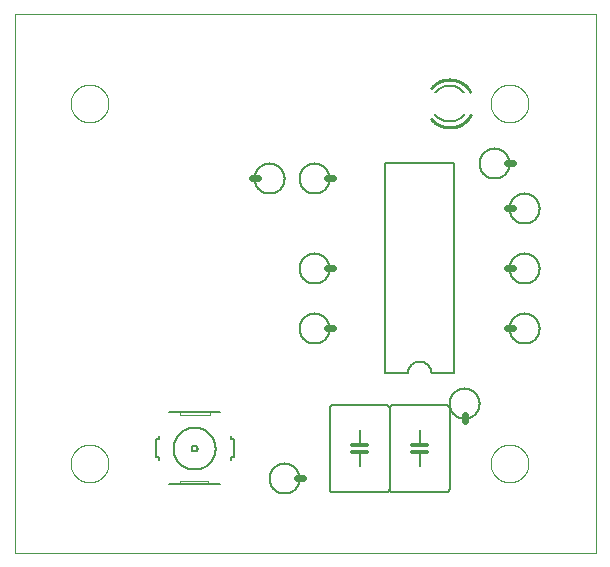
<source format=gbo>
G75*
%MOIN*%
%OFA0B0*%
%FSLAX25Y25*%
%IPPOS*%
%LPD*%
%AMOC8*
5,1,8,0,0,1.08239X$1,22.5*
%
%ADD10C,0.00000*%
%ADD11C,0.01200*%
%ADD12C,0.00600*%
%ADD13C,0.02400*%
%ADD14C,0.00200*%
%ADD15C,0.01000*%
D10*
X0001000Y0001000D02*
X0001000Y0180961D01*
X0194701Y0180961D01*
X0194701Y0001000D01*
X0001000Y0001000D01*
X0019701Y0031000D02*
X0019703Y0031158D01*
X0019709Y0031316D01*
X0019719Y0031474D01*
X0019733Y0031632D01*
X0019751Y0031789D01*
X0019772Y0031946D01*
X0019798Y0032102D01*
X0019828Y0032258D01*
X0019861Y0032413D01*
X0019899Y0032566D01*
X0019940Y0032719D01*
X0019985Y0032871D01*
X0020034Y0033022D01*
X0020087Y0033171D01*
X0020143Y0033319D01*
X0020203Y0033465D01*
X0020267Y0033610D01*
X0020335Y0033753D01*
X0020406Y0033895D01*
X0020480Y0034035D01*
X0020558Y0034172D01*
X0020640Y0034308D01*
X0020724Y0034442D01*
X0020813Y0034573D01*
X0020904Y0034702D01*
X0020999Y0034829D01*
X0021096Y0034954D01*
X0021197Y0035076D01*
X0021301Y0035195D01*
X0021408Y0035312D01*
X0021518Y0035426D01*
X0021631Y0035537D01*
X0021746Y0035646D01*
X0021864Y0035751D01*
X0021985Y0035853D01*
X0022108Y0035953D01*
X0022234Y0036049D01*
X0022362Y0036142D01*
X0022492Y0036232D01*
X0022625Y0036318D01*
X0022760Y0036402D01*
X0022896Y0036481D01*
X0023035Y0036558D01*
X0023176Y0036630D01*
X0023318Y0036700D01*
X0023462Y0036765D01*
X0023608Y0036827D01*
X0023755Y0036885D01*
X0023904Y0036940D01*
X0024054Y0036991D01*
X0024205Y0037038D01*
X0024357Y0037081D01*
X0024510Y0037120D01*
X0024665Y0037156D01*
X0024820Y0037187D01*
X0024976Y0037215D01*
X0025132Y0037239D01*
X0025289Y0037259D01*
X0025447Y0037275D01*
X0025604Y0037287D01*
X0025763Y0037295D01*
X0025921Y0037299D01*
X0026079Y0037299D01*
X0026237Y0037295D01*
X0026396Y0037287D01*
X0026553Y0037275D01*
X0026711Y0037259D01*
X0026868Y0037239D01*
X0027024Y0037215D01*
X0027180Y0037187D01*
X0027335Y0037156D01*
X0027490Y0037120D01*
X0027643Y0037081D01*
X0027795Y0037038D01*
X0027946Y0036991D01*
X0028096Y0036940D01*
X0028245Y0036885D01*
X0028392Y0036827D01*
X0028538Y0036765D01*
X0028682Y0036700D01*
X0028824Y0036630D01*
X0028965Y0036558D01*
X0029104Y0036481D01*
X0029240Y0036402D01*
X0029375Y0036318D01*
X0029508Y0036232D01*
X0029638Y0036142D01*
X0029766Y0036049D01*
X0029892Y0035953D01*
X0030015Y0035853D01*
X0030136Y0035751D01*
X0030254Y0035646D01*
X0030369Y0035537D01*
X0030482Y0035426D01*
X0030592Y0035312D01*
X0030699Y0035195D01*
X0030803Y0035076D01*
X0030904Y0034954D01*
X0031001Y0034829D01*
X0031096Y0034702D01*
X0031187Y0034573D01*
X0031276Y0034442D01*
X0031360Y0034308D01*
X0031442Y0034172D01*
X0031520Y0034035D01*
X0031594Y0033895D01*
X0031665Y0033753D01*
X0031733Y0033610D01*
X0031797Y0033465D01*
X0031857Y0033319D01*
X0031913Y0033171D01*
X0031966Y0033022D01*
X0032015Y0032871D01*
X0032060Y0032719D01*
X0032101Y0032566D01*
X0032139Y0032413D01*
X0032172Y0032258D01*
X0032202Y0032102D01*
X0032228Y0031946D01*
X0032249Y0031789D01*
X0032267Y0031632D01*
X0032281Y0031474D01*
X0032291Y0031316D01*
X0032297Y0031158D01*
X0032299Y0031000D01*
X0032297Y0030842D01*
X0032291Y0030684D01*
X0032281Y0030526D01*
X0032267Y0030368D01*
X0032249Y0030211D01*
X0032228Y0030054D01*
X0032202Y0029898D01*
X0032172Y0029742D01*
X0032139Y0029587D01*
X0032101Y0029434D01*
X0032060Y0029281D01*
X0032015Y0029129D01*
X0031966Y0028978D01*
X0031913Y0028829D01*
X0031857Y0028681D01*
X0031797Y0028535D01*
X0031733Y0028390D01*
X0031665Y0028247D01*
X0031594Y0028105D01*
X0031520Y0027965D01*
X0031442Y0027828D01*
X0031360Y0027692D01*
X0031276Y0027558D01*
X0031187Y0027427D01*
X0031096Y0027298D01*
X0031001Y0027171D01*
X0030904Y0027046D01*
X0030803Y0026924D01*
X0030699Y0026805D01*
X0030592Y0026688D01*
X0030482Y0026574D01*
X0030369Y0026463D01*
X0030254Y0026354D01*
X0030136Y0026249D01*
X0030015Y0026147D01*
X0029892Y0026047D01*
X0029766Y0025951D01*
X0029638Y0025858D01*
X0029508Y0025768D01*
X0029375Y0025682D01*
X0029240Y0025598D01*
X0029104Y0025519D01*
X0028965Y0025442D01*
X0028824Y0025370D01*
X0028682Y0025300D01*
X0028538Y0025235D01*
X0028392Y0025173D01*
X0028245Y0025115D01*
X0028096Y0025060D01*
X0027946Y0025009D01*
X0027795Y0024962D01*
X0027643Y0024919D01*
X0027490Y0024880D01*
X0027335Y0024844D01*
X0027180Y0024813D01*
X0027024Y0024785D01*
X0026868Y0024761D01*
X0026711Y0024741D01*
X0026553Y0024725D01*
X0026396Y0024713D01*
X0026237Y0024705D01*
X0026079Y0024701D01*
X0025921Y0024701D01*
X0025763Y0024705D01*
X0025604Y0024713D01*
X0025447Y0024725D01*
X0025289Y0024741D01*
X0025132Y0024761D01*
X0024976Y0024785D01*
X0024820Y0024813D01*
X0024665Y0024844D01*
X0024510Y0024880D01*
X0024357Y0024919D01*
X0024205Y0024962D01*
X0024054Y0025009D01*
X0023904Y0025060D01*
X0023755Y0025115D01*
X0023608Y0025173D01*
X0023462Y0025235D01*
X0023318Y0025300D01*
X0023176Y0025370D01*
X0023035Y0025442D01*
X0022896Y0025519D01*
X0022760Y0025598D01*
X0022625Y0025682D01*
X0022492Y0025768D01*
X0022362Y0025858D01*
X0022234Y0025951D01*
X0022108Y0026047D01*
X0021985Y0026147D01*
X0021864Y0026249D01*
X0021746Y0026354D01*
X0021631Y0026463D01*
X0021518Y0026574D01*
X0021408Y0026688D01*
X0021301Y0026805D01*
X0021197Y0026924D01*
X0021096Y0027046D01*
X0020999Y0027171D01*
X0020904Y0027298D01*
X0020813Y0027427D01*
X0020724Y0027558D01*
X0020640Y0027692D01*
X0020558Y0027828D01*
X0020480Y0027965D01*
X0020406Y0028105D01*
X0020335Y0028247D01*
X0020267Y0028390D01*
X0020203Y0028535D01*
X0020143Y0028681D01*
X0020087Y0028829D01*
X0020034Y0028978D01*
X0019985Y0029129D01*
X0019940Y0029281D01*
X0019899Y0029434D01*
X0019861Y0029587D01*
X0019828Y0029742D01*
X0019798Y0029898D01*
X0019772Y0030054D01*
X0019751Y0030211D01*
X0019733Y0030368D01*
X0019719Y0030526D01*
X0019709Y0030684D01*
X0019703Y0030842D01*
X0019701Y0031000D01*
X0019701Y0151000D02*
X0019703Y0151158D01*
X0019709Y0151316D01*
X0019719Y0151474D01*
X0019733Y0151632D01*
X0019751Y0151789D01*
X0019772Y0151946D01*
X0019798Y0152102D01*
X0019828Y0152258D01*
X0019861Y0152413D01*
X0019899Y0152566D01*
X0019940Y0152719D01*
X0019985Y0152871D01*
X0020034Y0153022D01*
X0020087Y0153171D01*
X0020143Y0153319D01*
X0020203Y0153465D01*
X0020267Y0153610D01*
X0020335Y0153753D01*
X0020406Y0153895D01*
X0020480Y0154035D01*
X0020558Y0154172D01*
X0020640Y0154308D01*
X0020724Y0154442D01*
X0020813Y0154573D01*
X0020904Y0154702D01*
X0020999Y0154829D01*
X0021096Y0154954D01*
X0021197Y0155076D01*
X0021301Y0155195D01*
X0021408Y0155312D01*
X0021518Y0155426D01*
X0021631Y0155537D01*
X0021746Y0155646D01*
X0021864Y0155751D01*
X0021985Y0155853D01*
X0022108Y0155953D01*
X0022234Y0156049D01*
X0022362Y0156142D01*
X0022492Y0156232D01*
X0022625Y0156318D01*
X0022760Y0156402D01*
X0022896Y0156481D01*
X0023035Y0156558D01*
X0023176Y0156630D01*
X0023318Y0156700D01*
X0023462Y0156765D01*
X0023608Y0156827D01*
X0023755Y0156885D01*
X0023904Y0156940D01*
X0024054Y0156991D01*
X0024205Y0157038D01*
X0024357Y0157081D01*
X0024510Y0157120D01*
X0024665Y0157156D01*
X0024820Y0157187D01*
X0024976Y0157215D01*
X0025132Y0157239D01*
X0025289Y0157259D01*
X0025447Y0157275D01*
X0025604Y0157287D01*
X0025763Y0157295D01*
X0025921Y0157299D01*
X0026079Y0157299D01*
X0026237Y0157295D01*
X0026396Y0157287D01*
X0026553Y0157275D01*
X0026711Y0157259D01*
X0026868Y0157239D01*
X0027024Y0157215D01*
X0027180Y0157187D01*
X0027335Y0157156D01*
X0027490Y0157120D01*
X0027643Y0157081D01*
X0027795Y0157038D01*
X0027946Y0156991D01*
X0028096Y0156940D01*
X0028245Y0156885D01*
X0028392Y0156827D01*
X0028538Y0156765D01*
X0028682Y0156700D01*
X0028824Y0156630D01*
X0028965Y0156558D01*
X0029104Y0156481D01*
X0029240Y0156402D01*
X0029375Y0156318D01*
X0029508Y0156232D01*
X0029638Y0156142D01*
X0029766Y0156049D01*
X0029892Y0155953D01*
X0030015Y0155853D01*
X0030136Y0155751D01*
X0030254Y0155646D01*
X0030369Y0155537D01*
X0030482Y0155426D01*
X0030592Y0155312D01*
X0030699Y0155195D01*
X0030803Y0155076D01*
X0030904Y0154954D01*
X0031001Y0154829D01*
X0031096Y0154702D01*
X0031187Y0154573D01*
X0031276Y0154442D01*
X0031360Y0154308D01*
X0031442Y0154172D01*
X0031520Y0154035D01*
X0031594Y0153895D01*
X0031665Y0153753D01*
X0031733Y0153610D01*
X0031797Y0153465D01*
X0031857Y0153319D01*
X0031913Y0153171D01*
X0031966Y0153022D01*
X0032015Y0152871D01*
X0032060Y0152719D01*
X0032101Y0152566D01*
X0032139Y0152413D01*
X0032172Y0152258D01*
X0032202Y0152102D01*
X0032228Y0151946D01*
X0032249Y0151789D01*
X0032267Y0151632D01*
X0032281Y0151474D01*
X0032291Y0151316D01*
X0032297Y0151158D01*
X0032299Y0151000D01*
X0032297Y0150842D01*
X0032291Y0150684D01*
X0032281Y0150526D01*
X0032267Y0150368D01*
X0032249Y0150211D01*
X0032228Y0150054D01*
X0032202Y0149898D01*
X0032172Y0149742D01*
X0032139Y0149587D01*
X0032101Y0149434D01*
X0032060Y0149281D01*
X0032015Y0149129D01*
X0031966Y0148978D01*
X0031913Y0148829D01*
X0031857Y0148681D01*
X0031797Y0148535D01*
X0031733Y0148390D01*
X0031665Y0148247D01*
X0031594Y0148105D01*
X0031520Y0147965D01*
X0031442Y0147828D01*
X0031360Y0147692D01*
X0031276Y0147558D01*
X0031187Y0147427D01*
X0031096Y0147298D01*
X0031001Y0147171D01*
X0030904Y0147046D01*
X0030803Y0146924D01*
X0030699Y0146805D01*
X0030592Y0146688D01*
X0030482Y0146574D01*
X0030369Y0146463D01*
X0030254Y0146354D01*
X0030136Y0146249D01*
X0030015Y0146147D01*
X0029892Y0146047D01*
X0029766Y0145951D01*
X0029638Y0145858D01*
X0029508Y0145768D01*
X0029375Y0145682D01*
X0029240Y0145598D01*
X0029104Y0145519D01*
X0028965Y0145442D01*
X0028824Y0145370D01*
X0028682Y0145300D01*
X0028538Y0145235D01*
X0028392Y0145173D01*
X0028245Y0145115D01*
X0028096Y0145060D01*
X0027946Y0145009D01*
X0027795Y0144962D01*
X0027643Y0144919D01*
X0027490Y0144880D01*
X0027335Y0144844D01*
X0027180Y0144813D01*
X0027024Y0144785D01*
X0026868Y0144761D01*
X0026711Y0144741D01*
X0026553Y0144725D01*
X0026396Y0144713D01*
X0026237Y0144705D01*
X0026079Y0144701D01*
X0025921Y0144701D01*
X0025763Y0144705D01*
X0025604Y0144713D01*
X0025447Y0144725D01*
X0025289Y0144741D01*
X0025132Y0144761D01*
X0024976Y0144785D01*
X0024820Y0144813D01*
X0024665Y0144844D01*
X0024510Y0144880D01*
X0024357Y0144919D01*
X0024205Y0144962D01*
X0024054Y0145009D01*
X0023904Y0145060D01*
X0023755Y0145115D01*
X0023608Y0145173D01*
X0023462Y0145235D01*
X0023318Y0145300D01*
X0023176Y0145370D01*
X0023035Y0145442D01*
X0022896Y0145519D01*
X0022760Y0145598D01*
X0022625Y0145682D01*
X0022492Y0145768D01*
X0022362Y0145858D01*
X0022234Y0145951D01*
X0022108Y0146047D01*
X0021985Y0146147D01*
X0021864Y0146249D01*
X0021746Y0146354D01*
X0021631Y0146463D01*
X0021518Y0146574D01*
X0021408Y0146688D01*
X0021301Y0146805D01*
X0021197Y0146924D01*
X0021096Y0147046D01*
X0020999Y0147171D01*
X0020904Y0147298D01*
X0020813Y0147427D01*
X0020724Y0147558D01*
X0020640Y0147692D01*
X0020558Y0147828D01*
X0020480Y0147965D01*
X0020406Y0148105D01*
X0020335Y0148247D01*
X0020267Y0148390D01*
X0020203Y0148535D01*
X0020143Y0148681D01*
X0020087Y0148829D01*
X0020034Y0148978D01*
X0019985Y0149129D01*
X0019940Y0149281D01*
X0019899Y0149434D01*
X0019861Y0149587D01*
X0019828Y0149742D01*
X0019798Y0149898D01*
X0019772Y0150054D01*
X0019751Y0150211D01*
X0019733Y0150368D01*
X0019719Y0150526D01*
X0019709Y0150684D01*
X0019703Y0150842D01*
X0019701Y0151000D01*
X0159701Y0151000D02*
X0159703Y0151158D01*
X0159709Y0151316D01*
X0159719Y0151474D01*
X0159733Y0151632D01*
X0159751Y0151789D01*
X0159772Y0151946D01*
X0159798Y0152102D01*
X0159828Y0152258D01*
X0159861Y0152413D01*
X0159899Y0152566D01*
X0159940Y0152719D01*
X0159985Y0152871D01*
X0160034Y0153022D01*
X0160087Y0153171D01*
X0160143Y0153319D01*
X0160203Y0153465D01*
X0160267Y0153610D01*
X0160335Y0153753D01*
X0160406Y0153895D01*
X0160480Y0154035D01*
X0160558Y0154172D01*
X0160640Y0154308D01*
X0160724Y0154442D01*
X0160813Y0154573D01*
X0160904Y0154702D01*
X0160999Y0154829D01*
X0161096Y0154954D01*
X0161197Y0155076D01*
X0161301Y0155195D01*
X0161408Y0155312D01*
X0161518Y0155426D01*
X0161631Y0155537D01*
X0161746Y0155646D01*
X0161864Y0155751D01*
X0161985Y0155853D01*
X0162108Y0155953D01*
X0162234Y0156049D01*
X0162362Y0156142D01*
X0162492Y0156232D01*
X0162625Y0156318D01*
X0162760Y0156402D01*
X0162896Y0156481D01*
X0163035Y0156558D01*
X0163176Y0156630D01*
X0163318Y0156700D01*
X0163462Y0156765D01*
X0163608Y0156827D01*
X0163755Y0156885D01*
X0163904Y0156940D01*
X0164054Y0156991D01*
X0164205Y0157038D01*
X0164357Y0157081D01*
X0164510Y0157120D01*
X0164665Y0157156D01*
X0164820Y0157187D01*
X0164976Y0157215D01*
X0165132Y0157239D01*
X0165289Y0157259D01*
X0165447Y0157275D01*
X0165604Y0157287D01*
X0165763Y0157295D01*
X0165921Y0157299D01*
X0166079Y0157299D01*
X0166237Y0157295D01*
X0166396Y0157287D01*
X0166553Y0157275D01*
X0166711Y0157259D01*
X0166868Y0157239D01*
X0167024Y0157215D01*
X0167180Y0157187D01*
X0167335Y0157156D01*
X0167490Y0157120D01*
X0167643Y0157081D01*
X0167795Y0157038D01*
X0167946Y0156991D01*
X0168096Y0156940D01*
X0168245Y0156885D01*
X0168392Y0156827D01*
X0168538Y0156765D01*
X0168682Y0156700D01*
X0168824Y0156630D01*
X0168965Y0156558D01*
X0169104Y0156481D01*
X0169240Y0156402D01*
X0169375Y0156318D01*
X0169508Y0156232D01*
X0169638Y0156142D01*
X0169766Y0156049D01*
X0169892Y0155953D01*
X0170015Y0155853D01*
X0170136Y0155751D01*
X0170254Y0155646D01*
X0170369Y0155537D01*
X0170482Y0155426D01*
X0170592Y0155312D01*
X0170699Y0155195D01*
X0170803Y0155076D01*
X0170904Y0154954D01*
X0171001Y0154829D01*
X0171096Y0154702D01*
X0171187Y0154573D01*
X0171276Y0154442D01*
X0171360Y0154308D01*
X0171442Y0154172D01*
X0171520Y0154035D01*
X0171594Y0153895D01*
X0171665Y0153753D01*
X0171733Y0153610D01*
X0171797Y0153465D01*
X0171857Y0153319D01*
X0171913Y0153171D01*
X0171966Y0153022D01*
X0172015Y0152871D01*
X0172060Y0152719D01*
X0172101Y0152566D01*
X0172139Y0152413D01*
X0172172Y0152258D01*
X0172202Y0152102D01*
X0172228Y0151946D01*
X0172249Y0151789D01*
X0172267Y0151632D01*
X0172281Y0151474D01*
X0172291Y0151316D01*
X0172297Y0151158D01*
X0172299Y0151000D01*
X0172297Y0150842D01*
X0172291Y0150684D01*
X0172281Y0150526D01*
X0172267Y0150368D01*
X0172249Y0150211D01*
X0172228Y0150054D01*
X0172202Y0149898D01*
X0172172Y0149742D01*
X0172139Y0149587D01*
X0172101Y0149434D01*
X0172060Y0149281D01*
X0172015Y0149129D01*
X0171966Y0148978D01*
X0171913Y0148829D01*
X0171857Y0148681D01*
X0171797Y0148535D01*
X0171733Y0148390D01*
X0171665Y0148247D01*
X0171594Y0148105D01*
X0171520Y0147965D01*
X0171442Y0147828D01*
X0171360Y0147692D01*
X0171276Y0147558D01*
X0171187Y0147427D01*
X0171096Y0147298D01*
X0171001Y0147171D01*
X0170904Y0147046D01*
X0170803Y0146924D01*
X0170699Y0146805D01*
X0170592Y0146688D01*
X0170482Y0146574D01*
X0170369Y0146463D01*
X0170254Y0146354D01*
X0170136Y0146249D01*
X0170015Y0146147D01*
X0169892Y0146047D01*
X0169766Y0145951D01*
X0169638Y0145858D01*
X0169508Y0145768D01*
X0169375Y0145682D01*
X0169240Y0145598D01*
X0169104Y0145519D01*
X0168965Y0145442D01*
X0168824Y0145370D01*
X0168682Y0145300D01*
X0168538Y0145235D01*
X0168392Y0145173D01*
X0168245Y0145115D01*
X0168096Y0145060D01*
X0167946Y0145009D01*
X0167795Y0144962D01*
X0167643Y0144919D01*
X0167490Y0144880D01*
X0167335Y0144844D01*
X0167180Y0144813D01*
X0167024Y0144785D01*
X0166868Y0144761D01*
X0166711Y0144741D01*
X0166553Y0144725D01*
X0166396Y0144713D01*
X0166237Y0144705D01*
X0166079Y0144701D01*
X0165921Y0144701D01*
X0165763Y0144705D01*
X0165604Y0144713D01*
X0165447Y0144725D01*
X0165289Y0144741D01*
X0165132Y0144761D01*
X0164976Y0144785D01*
X0164820Y0144813D01*
X0164665Y0144844D01*
X0164510Y0144880D01*
X0164357Y0144919D01*
X0164205Y0144962D01*
X0164054Y0145009D01*
X0163904Y0145060D01*
X0163755Y0145115D01*
X0163608Y0145173D01*
X0163462Y0145235D01*
X0163318Y0145300D01*
X0163176Y0145370D01*
X0163035Y0145442D01*
X0162896Y0145519D01*
X0162760Y0145598D01*
X0162625Y0145682D01*
X0162492Y0145768D01*
X0162362Y0145858D01*
X0162234Y0145951D01*
X0162108Y0146047D01*
X0161985Y0146147D01*
X0161864Y0146249D01*
X0161746Y0146354D01*
X0161631Y0146463D01*
X0161518Y0146574D01*
X0161408Y0146688D01*
X0161301Y0146805D01*
X0161197Y0146924D01*
X0161096Y0147046D01*
X0160999Y0147171D01*
X0160904Y0147298D01*
X0160813Y0147427D01*
X0160724Y0147558D01*
X0160640Y0147692D01*
X0160558Y0147828D01*
X0160480Y0147965D01*
X0160406Y0148105D01*
X0160335Y0148247D01*
X0160267Y0148390D01*
X0160203Y0148535D01*
X0160143Y0148681D01*
X0160087Y0148829D01*
X0160034Y0148978D01*
X0159985Y0149129D01*
X0159940Y0149281D01*
X0159899Y0149434D01*
X0159861Y0149587D01*
X0159828Y0149742D01*
X0159798Y0149898D01*
X0159772Y0150054D01*
X0159751Y0150211D01*
X0159733Y0150368D01*
X0159719Y0150526D01*
X0159709Y0150684D01*
X0159703Y0150842D01*
X0159701Y0151000D01*
X0159701Y0031000D02*
X0159703Y0031158D01*
X0159709Y0031316D01*
X0159719Y0031474D01*
X0159733Y0031632D01*
X0159751Y0031789D01*
X0159772Y0031946D01*
X0159798Y0032102D01*
X0159828Y0032258D01*
X0159861Y0032413D01*
X0159899Y0032566D01*
X0159940Y0032719D01*
X0159985Y0032871D01*
X0160034Y0033022D01*
X0160087Y0033171D01*
X0160143Y0033319D01*
X0160203Y0033465D01*
X0160267Y0033610D01*
X0160335Y0033753D01*
X0160406Y0033895D01*
X0160480Y0034035D01*
X0160558Y0034172D01*
X0160640Y0034308D01*
X0160724Y0034442D01*
X0160813Y0034573D01*
X0160904Y0034702D01*
X0160999Y0034829D01*
X0161096Y0034954D01*
X0161197Y0035076D01*
X0161301Y0035195D01*
X0161408Y0035312D01*
X0161518Y0035426D01*
X0161631Y0035537D01*
X0161746Y0035646D01*
X0161864Y0035751D01*
X0161985Y0035853D01*
X0162108Y0035953D01*
X0162234Y0036049D01*
X0162362Y0036142D01*
X0162492Y0036232D01*
X0162625Y0036318D01*
X0162760Y0036402D01*
X0162896Y0036481D01*
X0163035Y0036558D01*
X0163176Y0036630D01*
X0163318Y0036700D01*
X0163462Y0036765D01*
X0163608Y0036827D01*
X0163755Y0036885D01*
X0163904Y0036940D01*
X0164054Y0036991D01*
X0164205Y0037038D01*
X0164357Y0037081D01*
X0164510Y0037120D01*
X0164665Y0037156D01*
X0164820Y0037187D01*
X0164976Y0037215D01*
X0165132Y0037239D01*
X0165289Y0037259D01*
X0165447Y0037275D01*
X0165604Y0037287D01*
X0165763Y0037295D01*
X0165921Y0037299D01*
X0166079Y0037299D01*
X0166237Y0037295D01*
X0166396Y0037287D01*
X0166553Y0037275D01*
X0166711Y0037259D01*
X0166868Y0037239D01*
X0167024Y0037215D01*
X0167180Y0037187D01*
X0167335Y0037156D01*
X0167490Y0037120D01*
X0167643Y0037081D01*
X0167795Y0037038D01*
X0167946Y0036991D01*
X0168096Y0036940D01*
X0168245Y0036885D01*
X0168392Y0036827D01*
X0168538Y0036765D01*
X0168682Y0036700D01*
X0168824Y0036630D01*
X0168965Y0036558D01*
X0169104Y0036481D01*
X0169240Y0036402D01*
X0169375Y0036318D01*
X0169508Y0036232D01*
X0169638Y0036142D01*
X0169766Y0036049D01*
X0169892Y0035953D01*
X0170015Y0035853D01*
X0170136Y0035751D01*
X0170254Y0035646D01*
X0170369Y0035537D01*
X0170482Y0035426D01*
X0170592Y0035312D01*
X0170699Y0035195D01*
X0170803Y0035076D01*
X0170904Y0034954D01*
X0171001Y0034829D01*
X0171096Y0034702D01*
X0171187Y0034573D01*
X0171276Y0034442D01*
X0171360Y0034308D01*
X0171442Y0034172D01*
X0171520Y0034035D01*
X0171594Y0033895D01*
X0171665Y0033753D01*
X0171733Y0033610D01*
X0171797Y0033465D01*
X0171857Y0033319D01*
X0171913Y0033171D01*
X0171966Y0033022D01*
X0172015Y0032871D01*
X0172060Y0032719D01*
X0172101Y0032566D01*
X0172139Y0032413D01*
X0172172Y0032258D01*
X0172202Y0032102D01*
X0172228Y0031946D01*
X0172249Y0031789D01*
X0172267Y0031632D01*
X0172281Y0031474D01*
X0172291Y0031316D01*
X0172297Y0031158D01*
X0172299Y0031000D01*
X0172297Y0030842D01*
X0172291Y0030684D01*
X0172281Y0030526D01*
X0172267Y0030368D01*
X0172249Y0030211D01*
X0172228Y0030054D01*
X0172202Y0029898D01*
X0172172Y0029742D01*
X0172139Y0029587D01*
X0172101Y0029434D01*
X0172060Y0029281D01*
X0172015Y0029129D01*
X0171966Y0028978D01*
X0171913Y0028829D01*
X0171857Y0028681D01*
X0171797Y0028535D01*
X0171733Y0028390D01*
X0171665Y0028247D01*
X0171594Y0028105D01*
X0171520Y0027965D01*
X0171442Y0027828D01*
X0171360Y0027692D01*
X0171276Y0027558D01*
X0171187Y0027427D01*
X0171096Y0027298D01*
X0171001Y0027171D01*
X0170904Y0027046D01*
X0170803Y0026924D01*
X0170699Y0026805D01*
X0170592Y0026688D01*
X0170482Y0026574D01*
X0170369Y0026463D01*
X0170254Y0026354D01*
X0170136Y0026249D01*
X0170015Y0026147D01*
X0169892Y0026047D01*
X0169766Y0025951D01*
X0169638Y0025858D01*
X0169508Y0025768D01*
X0169375Y0025682D01*
X0169240Y0025598D01*
X0169104Y0025519D01*
X0168965Y0025442D01*
X0168824Y0025370D01*
X0168682Y0025300D01*
X0168538Y0025235D01*
X0168392Y0025173D01*
X0168245Y0025115D01*
X0168096Y0025060D01*
X0167946Y0025009D01*
X0167795Y0024962D01*
X0167643Y0024919D01*
X0167490Y0024880D01*
X0167335Y0024844D01*
X0167180Y0024813D01*
X0167024Y0024785D01*
X0166868Y0024761D01*
X0166711Y0024741D01*
X0166553Y0024725D01*
X0166396Y0024713D01*
X0166237Y0024705D01*
X0166079Y0024701D01*
X0165921Y0024701D01*
X0165763Y0024705D01*
X0165604Y0024713D01*
X0165447Y0024725D01*
X0165289Y0024741D01*
X0165132Y0024761D01*
X0164976Y0024785D01*
X0164820Y0024813D01*
X0164665Y0024844D01*
X0164510Y0024880D01*
X0164357Y0024919D01*
X0164205Y0024962D01*
X0164054Y0025009D01*
X0163904Y0025060D01*
X0163755Y0025115D01*
X0163608Y0025173D01*
X0163462Y0025235D01*
X0163318Y0025300D01*
X0163176Y0025370D01*
X0163035Y0025442D01*
X0162896Y0025519D01*
X0162760Y0025598D01*
X0162625Y0025682D01*
X0162492Y0025768D01*
X0162362Y0025858D01*
X0162234Y0025951D01*
X0162108Y0026047D01*
X0161985Y0026147D01*
X0161864Y0026249D01*
X0161746Y0026354D01*
X0161631Y0026463D01*
X0161518Y0026574D01*
X0161408Y0026688D01*
X0161301Y0026805D01*
X0161197Y0026924D01*
X0161096Y0027046D01*
X0160999Y0027171D01*
X0160904Y0027298D01*
X0160813Y0027427D01*
X0160724Y0027558D01*
X0160640Y0027692D01*
X0160558Y0027828D01*
X0160480Y0027965D01*
X0160406Y0028105D01*
X0160335Y0028247D01*
X0160267Y0028390D01*
X0160203Y0028535D01*
X0160143Y0028681D01*
X0160087Y0028829D01*
X0160034Y0028978D01*
X0159985Y0029129D01*
X0159940Y0029281D01*
X0159899Y0029434D01*
X0159861Y0029587D01*
X0159828Y0029742D01*
X0159798Y0029898D01*
X0159772Y0030054D01*
X0159751Y0030211D01*
X0159733Y0030368D01*
X0159719Y0030526D01*
X0159709Y0030684D01*
X0159703Y0030842D01*
X0159701Y0031000D01*
D11*
X0138500Y0034800D02*
X0136000Y0034800D01*
X0133500Y0034800D01*
X0133500Y0037300D02*
X0136000Y0037300D01*
X0138500Y0037300D01*
X0118500Y0037300D02*
X0116000Y0037300D01*
X0113500Y0037300D01*
X0113500Y0034800D02*
X0116000Y0034800D01*
X0118500Y0034800D01*
D12*
X0116000Y0034800D02*
X0116000Y0030000D01*
X0116000Y0037300D02*
X0116000Y0042000D01*
X0125000Y0050500D02*
X0125060Y0050498D01*
X0125121Y0050493D01*
X0125180Y0050484D01*
X0125239Y0050471D01*
X0125298Y0050455D01*
X0125355Y0050435D01*
X0125410Y0050412D01*
X0125465Y0050385D01*
X0125517Y0050356D01*
X0125568Y0050323D01*
X0125617Y0050287D01*
X0125663Y0050249D01*
X0125707Y0050207D01*
X0125749Y0050163D01*
X0125787Y0050117D01*
X0125823Y0050068D01*
X0125856Y0050017D01*
X0125885Y0049965D01*
X0125912Y0049910D01*
X0125935Y0049855D01*
X0125955Y0049798D01*
X0125971Y0049739D01*
X0125984Y0049680D01*
X0125993Y0049621D01*
X0125998Y0049560D01*
X0126000Y0049500D01*
X0126000Y0022500D01*
X0126000Y0049500D01*
X0126002Y0049560D01*
X0126007Y0049621D01*
X0126016Y0049680D01*
X0126029Y0049739D01*
X0126045Y0049798D01*
X0126065Y0049855D01*
X0126088Y0049910D01*
X0126115Y0049965D01*
X0126144Y0050017D01*
X0126177Y0050068D01*
X0126213Y0050117D01*
X0126251Y0050163D01*
X0126293Y0050207D01*
X0126337Y0050249D01*
X0126383Y0050287D01*
X0126432Y0050323D01*
X0126483Y0050356D01*
X0126535Y0050385D01*
X0126590Y0050412D01*
X0126645Y0050435D01*
X0126702Y0050455D01*
X0126761Y0050471D01*
X0126820Y0050484D01*
X0126879Y0050493D01*
X0126940Y0050498D01*
X0127000Y0050500D01*
X0145000Y0050500D01*
X0145060Y0050498D01*
X0145121Y0050493D01*
X0145180Y0050484D01*
X0145239Y0050471D01*
X0145298Y0050455D01*
X0145355Y0050435D01*
X0145410Y0050412D01*
X0145465Y0050385D01*
X0145517Y0050356D01*
X0145568Y0050323D01*
X0145617Y0050287D01*
X0145663Y0050249D01*
X0145707Y0050207D01*
X0145749Y0050163D01*
X0145787Y0050117D01*
X0145823Y0050068D01*
X0145856Y0050017D01*
X0145885Y0049965D01*
X0145912Y0049910D01*
X0145935Y0049855D01*
X0145955Y0049798D01*
X0145971Y0049739D01*
X0145984Y0049680D01*
X0145993Y0049621D01*
X0145998Y0049560D01*
X0146000Y0049500D01*
X0146000Y0022500D01*
X0145998Y0022440D01*
X0145993Y0022379D01*
X0145984Y0022320D01*
X0145971Y0022261D01*
X0145955Y0022202D01*
X0145935Y0022145D01*
X0145912Y0022090D01*
X0145885Y0022035D01*
X0145856Y0021983D01*
X0145823Y0021932D01*
X0145787Y0021883D01*
X0145749Y0021837D01*
X0145707Y0021793D01*
X0145663Y0021751D01*
X0145617Y0021713D01*
X0145568Y0021677D01*
X0145517Y0021644D01*
X0145465Y0021615D01*
X0145410Y0021588D01*
X0145355Y0021565D01*
X0145298Y0021545D01*
X0145239Y0021529D01*
X0145180Y0021516D01*
X0145121Y0021507D01*
X0145060Y0021502D01*
X0145000Y0021500D01*
X0127000Y0021500D01*
X0126940Y0021502D01*
X0126879Y0021507D01*
X0126820Y0021516D01*
X0126761Y0021529D01*
X0126702Y0021545D01*
X0126645Y0021565D01*
X0126590Y0021588D01*
X0126535Y0021615D01*
X0126483Y0021644D01*
X0126432Y0021677D01*
X0126383Y0021713D01*
X0126337Y0021751D01*
X0126293Y0021793D01*
X0126251Y0021837D01*
X0126213Y0021883D01*
X0126177Y0021932D01*
X0126144Y0021983D01*
X0126115Y0022035D01*
X0126088Y0022090D01*
X0126065Y0022145D01*
X0126045Y0022202D01*
X0126029Y0022261D01*
X0126016Y0022320D01*
X0126007Y0022379D01*
X0126002Y0022440D01*
X0126000Y0022500D01*
X0125998Y0022440D01*
X0125993Y0022379D01*
X0125984Y0022320D01*
X0125971Y0022261D01*
X0125955Y0022202D01*
X0125935Y0022145D01*
X0125912Y0022090D01*
X0125885Y0022035D01*
X0125856Y0021983D01*
X0125823Y0021932D01*
X0125787Y0021883D01*
X0125749Y0021837D01*
X0125707Y0021793D01*
X0125663Y0021751D01*
X0125617Y0021713D01*
X0125568Y0021677D01*
X0125517Y0021644D01*
X0125465Y0021615D01*
X0125410Y0021588D01*
X0125355Y0021565D01*
X0125298Y0021545D01*
X0125239Y0021529D01*
X0125180Y0021516D01*
X0125121Y0021507D01*
X0125060Y0021502D01*
X0125000Y0021500D01*
X0107000Y0021500D01*
X0106940Y0021502D01*
X0106879Y0021507D01*
X0106820Y0021516D01*
X0106761Y0021529D01*
X0106702Y0021545D01*
X0106645Y0021565D01*
X0106590Y0021588D01*
X0106535Y0021615D01*
X0106483Y0021644D01*
X0106432Y0021677D01*
X0106383Y0021713D01*
X0106337Y0021751D01*
X0106293Y0021793D01*
X0106251Y0021837D01*
X0106213Y0021883D01*
X0106177Y0021932D01*
X0106144Y0021983D01*
X0106115Y0022035D01*
X0106088Y0022090D01*
X0106065Y0022145D01*
X0106045Y0022202D01*
X0106029Y0022261D01*
X0106016Y0022320D01*
X0106007Y0022379D01*
X0106002Y0022440D01*
X0106000Y0022500D01*
X0106000Y0049500D01*
X0106002Y0049560D01*
X0106007Y0049621D01*
X0106016Y0049680D01*
X0106029Y0049739D01*
X0106045Y0049798D01*
X0106065Y0049855D01*
X0106088Y0049910D01*
X0106115Y0049965D01*
X0106144Y0050017D01*
X0106177Y0050068D01*
X0106213Y0050117D01*
X0106251Y0050163D01*
X0106293Y0050207D01*
X0106337Y0050249D01*
X0106383Y0050287D01*
X0106432Y0050323D01*
X0106483Y0050356D01*
X0106535Y0050385D01*
X0106590Y0050412D01*
X0106645Y0050435D01*
X0106702Y0050455D01*
X0106761Y0050471D01*
X0106820Y0050484D01*
X0106879Y0050493D01*
X0106940Y0050498D01*
X0107000Y0050500D01*
X0125000Y0050500D01*
X0124500Y0061000D02*
X0132000Y0061000D01*
X0132002Y0061126D01*
X0132008Y0061251D01*
X0132018Y0061376D01*
X0132032Y0061501D01*
X0132049Y0061626D01*
X0132071Y0061750D01*
X0132096Y0061873D01*
X0132126Y0061995D01*
X0132159Y0062116D01*
X0132196Y0062236D01*
X0132236Y0062355D01*
X0132281Y0062472D01*
X0132329Y0062589D01*
X0132381Y0062703D01*
X0132436Y0062816D01*
X0132495Y0062927D01*
X0132557Y0063036D01*
X0132623Y0063143D01*
X0132692Y0063248D01*
X0132764Y0063351D01*
X0132839Y0063452D01*
X0132918Y0063550D01*
X0133000Y0063645D01*
X0133084Y0063738D01*
X0133172Y0063828D01*
X0133262Y0063916D01*
X0133355Y0064000D01*
X0133450Y0064082D01*
X0133548Y0064161D01*
X0133649Y0064236D01*
X0133752Y0064308D01*
X0133857Y0064377D01*
X0133964Y0064443D01*
X0134073Y0064505D01*
X0134184Y0064564D01*
X0134297Y0064619D01*
X0134411Y0064671D01*
X0134528Y0064719D01*
X0134645Y0064764D01*
X0134764Y0064804D01*
X0134884Y0064841D01*
X0135005Y0064874D01*
X0135127Y0064904D01*
X0135250Y0064929D01*
X0135374Y0064951D01*
X0135499Y0064968D01*
X0135624Y0064982D01*
X0135749Y0064992D01*
X0135874Y0064998D01*
X0136000Y0065000D01*
X0136126Y0064998D01*
X0136251Y0064992D01*
X0136376Y0064982D01*
X0136501Y0064968D01*
X0136626Y0064951D01*
X0136750Y0064929D01*
X0136873Y0064904D01*
X0136995Y0064874D01*
X0137116Y0064841D01*
X0137236Y0064804D01*
X0137355Y0064764D01*
X0137472Y0064719D01*
X0137589Y0064671D01*
X0137703Y0064619D01*
X0137816Y0064564D01*
X0137927Y0064505D01*
X0138036Y0064443D01*
X0138143Y0064377D01*
X0138248Y0064308D01*
X0138351Y0064236D01*
X0138452Y0064161D01*
X0138550Y0064082D01*
X0138645Y0064000D01*
X0138738Y0063916D01*
X0138828Y0063828D01*
X0138916Y0063738D01*
X0139000Y0063645D01*
X0139082Y0063550D01*
X0139161Y0063452D01*
X0139236Y0063351D01*
X0139308Y0063248D01*
X0139377Y0063143D01*
X0139443Y0063036D01*
X0139505Y0062927D01*
X0139564Y0062816D01*
X0139619Y0062703D01*
X0139671Y0062589D01*
X0139719Y0062472D01*
X0139764Y0062355D01*
X0139804Y0062236D01*
X0139841Y0062116D01*
X0139874Y0061995D01*
X0139904Y0061873D01*
X0139929Y0061750D01*
X0139951Y0061626D01*
X0139968Y0061501D01*
X0139982Y0061376D01*
X0139992Y0061251D01*
X0139998Y0061126D01*
X0140000Y0061000D01*
X0147500Y0061000D01*
X0147500Y0131000D01*
X0124500Y0131000D01*
X0124500Y0061000D01*
X0136000Y0042000D02*
X0136000Y0037300D01*
X0136000Y0034800D02*
X0136000Y0030000D01*
X0146000Y0051000D02*
X0146002Y0051141D01*
X0146008Y0051282D01*
X0146018Y0051422D01*
X0146032Y0051562D01*
X0146050Y0051702D01*
X0146071Y0051841D01*
X0146097Y0051980D01*
X0146126Y0052118D01*
X0146160Y0052254D01*
X0146197Y0052390D01*
X0146238Y0052525D01*
X0146283Y0052659D01*
X0146332Y0052791D01*
X0146384Y0052922D01*
X0146440Y0053051D01*
X0146500Y0053178D01*
X0146563Y0053304D01*
X0146629Y0053428D01*
X0146700Y0053551D01*
X0146773Y0053671D01*
X0146850Y0053789D01*
X0146930Y0053905D01*
X0147014Y0054018D01*
X0147100Y0054129D01*
X0147190Y0054238D01*
X0147283Y0054344D01*
X0147378Y0054447D01*
X0147477Y0054548D01*
X0147578Y0054646D01*
X0147682Y0054741D01*
X0147789Y0054833D01*
X0147898Y0054922D01*
X0148010Y0055007D01*
X0148124Y0055090D01*
X0148240Y0055170D01*
X0148359Y0055246D01*
X0148480Y0055318D01*
X0148602Y0055388D01*
X0148727Y0055453D01*
X0148853Y0055516D01*
X0148981Y0055574D01*
X0149111Y0055629D01*
X0149242Y0055681D01*
X0149375Y0055728D01*
X0149509Y0055772D01*
X0149644Y0055813D01*
X0149780Y0055849D01*
X0149917Y0055881D01*
X0150055Y0055910D01*
X0150193Y0055935D01*
X0150333Y0055955D01*
X0150473Y0055972D01*
X0150613Y0055985D01*
X0150754Y0055994D01*
X0150894Y0055999D01*
X0151035Y0056000D01*
X0151176Y0055997D01*
X0151317Y0055990D01*
X0151457Y0055979D01*
X0151597Y0055964D01*
X0151737Y0055945D01*
X0151876Y0055923D01*
X0152014Y0055896D01*
X0152152Y0055866D01*
X0152288Y0055831D01*
X0152424Y0055793D01*
X0152558Y0055751D01*
X0152692Y0055705D01*
X0152824Y0055656D01*
X0152954Y0055602D01*
X0153083Y0055545D01*
X0153210Y0055485D01*
X0153336Y0055421D01*
X0153459Y0055353D01*
X0153581Y0055282D01*
X0153701Y0055208D01*
X0153818Y0055130D01*
X0153933Y0055049D01*
X0154046Y0054965D01*
X0154157Y0054878D01*
X0154265Y0054787D01*
X0154370Y0054694D01*
X0154473Y0054597D01*
X0154573Y0054498D01*
X0154670Y0054396D01*
X0154764Y0054291D01*
X0154855Y0054184D01*
X0154943Y0054074D01*
X0155028Y0053962D01*
X0155110Y0053847D01*
X0155189Y0053730D01*
X0155264Y0053611D01*
X0155336Y0053490D01*
X0155404Y0053367D01*
X0155469Y0053242D01*
X0155531Y0053115D01*
X0155588Y0052986D01*
X0155643Y0052856D01*
X0155693Y0052725D01*
X0155740Y0052592D01*
X0155783Y0052458D01*
X0155822Y0052322D01*
X0155857Y0052186D01*
X0155889Y0052049D01*
X0155916Y0051911D01*
X0155940Y0051772D01*
X0155960Y0051632D01*
X0155976Y0051492D01*
X0155988Y0051352D01*
X0155996Y0051211D01*
X0156000Y0051070D01*
X0156000Y0050930D01*
X0155996Y0050789D01*
X0155988Y0050648D01*
X0155976Y0050508D01*
X0155960Y0050368D01*
X0155940Y0050228D01*
X0155916Y0050089D01*
X0155889Y0049951D01*
X0155857Y0049814D01*
X0155822Y0049678D01*
X0155783Y0049542D01*
X0155740Y0049408D01*
X0155693Y0049275D01*
X0155643Y0049144D01*
X0155588Y0049014D01*
X0155531Y0048885D01*
X0155469Y0048758D01*
X0155404Y0048633D01*
X0155336Y0048510D01*
X0155264Y0048389D01*
X0155189Y0048270D01*
X0155110Y0048153D01*
X0155028Y0048038D01*
X0154943Y0047926D01*
X0154855Y0047816D01*
X0154764Y0047709D01*
X0154670Y0047604D01*
X0154573Y0047502D01*
X0154473Y0047403D01*
X0154370Y0047306D01*
X0154265Y0047213D01*
X0154157Y0047122D01*
X0154046Y0047035D01*
X0153933Y0046951D01*
X0153818Y0046870D01*
X0153701Y0046792D01*
X0153581Y0046718D01*
X0153459Y0046647D01*
X0153336Y0046579D01*
X0153210Y0046515D01*
X0153083Y0046455D01*
X0152954Y0046398D01*
X0152824Y0046344D01*
X0152692Y0046295D01*
X0152558Y0046249D01*
X0152424Y0046207D01*
X0152288Y0046169D01*
X0152152Y0046134D01*
X0152014Y0046104D01*
X0151876Y0046077D01*
X0151737Y0046055D01*
X0151597Y0046036D01*
X0151457Y0046021D01*
X0151317Y0046010D01*
X0151176Y0046003D01*
X0151035Y0046000D01*
X0150894Y0046001D01*
X0150754Y0046006D01*
X0150613Y0046015D01*
X0150473Y0046028D01*
X0150333Y0046045D01*
X0150193Y0046065D01*
X0150055Y0046090D01*
X0149917Y0046119D01*
X0149780Y0046151D01*
X0149644Y0046187D01*
X0149509Y0046228D01*
X0149375Y0046272D01*
X0149242Y0046319D01*
X0149111Y0046371D01*
X0148981Y0046426D01*
X0148853Y0046484D01*
X0148727Y0046547D01*
X0148602Y0046612D01*
X0148480Y0046682D01*
X0148359Y0046754D01*
X0148240Y0046830D01*
X0148124Y0046910D01*
X0148010Y0046993D01*
X0147898Y0047078D01*
X0147789Y0047167D01*
X0147682Y0047259D01*
X0147578Y0047354D01*
X0147477Y0047452D01*
X0147378Y0047553D01*
X0147283Y0047656D01*
X0147190Y0047762D01*
X0147100Y0047871D01*
X0147014Y0047982D01*
X0146930Y0048095D01*
X0146850Y0048211D01*
X0146773Y0048329D01*
X0146700Y0048449D01*
X0146629Y0048572D01*
X0146563Y0048696D01*
X0146500Y0048822D01*
X0146440Y0048949D01*
X0146384Y0049078D01*
X0146332Y0049209D01*
X0146283Y0049341D01*
X0146238Y0049475D01*
X0146197Y0049610D01*
X0146160Y0049746D01*
X0146126Y0049882D01*
X0146097Y0050020D01*
X0146071Y0050159D01*
X0146050Y0050298D01*
X0146032Y0050438D01*
X0146018Y0050578D01*
X0146008Y0050718D01*
X0146002Y0050859D01*
X0146000Y0051000D01*
X0166000Y0076000D02*
X0166002Y0076141D01*
X0166008Y0076282D01*
X0166018Y0076422D01*
X0166032Y0076562D01*
X0166050Y0076702D01*
X0166071Y0076841D01*
X0166097Y0076980D01*
X0166126Y0077118D01*
X0166160Y0077254D01*
X0166197Y0077390D01*
X0166238Y0077525D01*
X0166283Y0077659D01*
X0166332Y0077791D01*
X0166384Y0077922D01*
X0166440Y0078051D01*
X0166500Y0078178D01*
X0166563Y0078304D01*
X0166629Y0078428D01*
X0166700Y0078551D01*
X0166773Y0078671D01*
X0166850Y0078789D01*
X0166930Y0078905D01*
X0167014Y0079018D01*
X0167100Y0079129D01*
X0167190Y0079238D01*
X0167283Y0079344D01*
X0167378Y0079447D01*
X0167477Y0079548D01*
X0167578Y0079646D01*
X0167682Y0079741D01*
X0167789Y0079833D01*
X0167898Y0079922D01*
X0168010Y0080007D01*
X0168124Y0080090D01*
X0168240Y0080170D01*
X0168359Y0080246D01*
X0168480Y0080318D01*
X0168602Y0080388D01*
X0168727Y0080453D01*
X0168853Y0080516D01*
X0168981Y0080574D01*
X0169111Y0080629D01*
X0169242Y0080681D01*
X0169375Y0080728D01*
X0169509Y0080772D01*
X0169644Y0080813D01*
X0169780Y0080849D01*
X0169917Y0080881D01*
X0170055Y0080910D01*
X0170193Y0080935D01*
X0170333Y0080955D01*
X0170473Y0080972D01*
X0170613Y0080985D01*
X0170754Y0080994D01*
X0170894Y0080999D01*
X0171035Y0081000D01*
X0171176Y0080997D01*
X0171317Y0080990D01*
X0171457Y0080979D01*
X0171597Y0080964D01*
X0171737Y0080945D01*
X0171876Y0080923D01*
X0172014Y0080896D01*
X0172152Y0080866D01*
X0172288Y0080831D01*
X0172424Y0080793D01*
X0172558Y0080751D01*
X0172692Y0080705D01*
X0172824Y0080656D01*
X0172954Y0080602D01*
X0173083Y0080545D01*
X0173210Y0080485D01*
X0173336Y0080421D01*
X0173459Y0080353D01*
X0173581Y0080282D01*
X0173701Y0080208D01*
X0173818Y0080130D01*
X0173933Y0080049D01*
X0174046Y0079965D01*
X0174157Y0079878D01*
X0174265Y0079787D01*
X0174370Y0079694D01*
X0174473Y0079597D01*
X0174573Y0079498D01*
X0174670Y0079396D01*
X0174764Y0079291D01*
X0174855Y0079184D01*
X0174943Y0079074D01*
X0175028Y0078962D01*
X0175110Y0078847D01*
X0175189Y0078730D01*
X0175264Y0078611D01*
X0175336Y0078490D01*
X0175404Y0078367D01*
X0175469Y0078242D01*
X0175531Y0078115D01*
X0175588Y0077986D01*
X0175643Y0077856D01*
X0175693Y0077725D01*
X0175740Y0077592D01*
X0175783Y0077458D01*
X0175822Y0077322D01*
X0175857Y0077186D01*
X0175889Y0077049D01*
X0175916Y0076911D01*
X0175940Y0076772D01*
X0175960Y0076632D01*
X0175976Y0076492D01*
X0175988Y0076352D01*
X0175996Y0076211D01*
X0176000Y0076070D01*
X0176000Y0075930D01*
X0175996Y0075789D01*
X0175988Y0075648D01*
X0175976Y0075508D01*
X0175960Y0075368D01*
X0175940Y0075228D01*
X0175916Y0075089D01*
X0175889Y0074951D01*
X0175857Y0074814D01*
X0175822Y0074678D01*
X0175783Y0074542D01*
X0175740Y0074408D01*
X0175693Y0074275D01*
X0175643Y0074144D01*
X0175588Y0074014D01*
X0175531Y0073885D01*
X0175469Y0073758D01*
X0175404Y0073633D01*
X0175336Y0073510D01*
X0175264Y0073389D01*
X0175189Y0073270D01*
X0175110Y0073153D01*
X0175028Y0073038D01*
X0174943Y0072926D01*
X0174855Y0072816D01*
X0174764Y0072709D01*
X0174670Y0072604D01*
X0174573Y0072502D01*
X0174473Y0072403D01*
X0174370Y0072306D01*
X0174265Y0072213D01*
X0174157Y0072122D01*
X0174046Y0072035D01*
X0173933Y0071951D01*
X0173818Y0071870D01*
X0173701Y0071792D01*
X0173581Y0071718D01*
X0173459Y0071647D01*
X0173336Y0071579D01*
X0173210Y0071515D01*
X0173083Y0071455D01*
X0172954Y0071398D01*
X0172824Y0071344D01*
X0172692Y0071295D01*
X0172558Y0071249D01*
X0172424Y0071207D01*
X0172288Y0071169D01*
X0172152Y0071134D01*
X0172014Y0071104D01*
X0171876Y0071077D01*
X0171737Y0071055D01*
X0171597Y0071036D01*
X0171457Y0071021D01*
X0171317Y0071010D01*
X0171176Y0071003D01*
X0171035Y0071000D01*
X0170894Y0071001D01*
X0170754Y0071006D01*
X0170613Y0071015D01*
X0170473Y0071028D01*
X0170333Y0071045D01*
X0170193Y0071065D01*
X0170055Y0071090D01*
X0169917Y0071119D01*
X0169780Y0071151D01*
X0169644Y0071187D01*
X0169509Y0071228D01*
X0169375Y0071272D01*
X0169242Y0071319D01*
X0169111Y0071371D01*
X0168981Y0071426D01*
X0168853Y0071484D01*
X0168727Y0071547D01*
X0168602Y0071612D01*
X0168480Y0071682D01*
X0168359Y0071754D01*
X0168240Y0071830D01*
X0168124Y0071910D01*
X0168010Y0071993D01*
X0167898Y0072078D01*
X0167789Y0072167D01*
X0167682Y0072259D01*
X0167578Y0072354D01*
X0167477Y0072452D01*
X0167378Y0072553D01*
X0167283Y0072656D01*
X0167190Y0072762D01*
X0167100Y0072871D01*
X0167014Y0072982D01*
X0166930Y0073095D01*
X0166850Y0073211D01*
X0166773Y0073329D01*
X0166700Y0073449D01*
X0166629Y0073572D01*
X0166563Y0073696D01*
X0166500Y0073822D01*
X0166440Y0073949D01*
X0166384Y0074078D01*
X0166332Y0074209D01*
X0166283Y0074341D01*
X0166238Y0074475D01*
X0166197Y0074610D01*
X0166160Y0074746D01*
X0166126Y0074882D01*
X0166097Y0075020D01*
X0166071Y0075159D01*
X0166050Y0075298D01*
X0166032Y0075438D01*
X0166018Y0075578D01*
X0166008Y0075718D01*
X0166002Y0075859D01*
X0166000Y0076000D01*
X0166000Y0096000D02*
X0166002Y0096141D01*
X0166008Y0096282D01*
X0166018Y0096422D01*
X0166032Y0096562D01*
X0166050Y0096702D01*
X0166071Y0096841D01*
X0166097Y0096980D01*
X0166126Y0097118D01*
X0166160Y0097254D01*
X0166197Y0097390D01*
X0166238Y0097525D01*
X0166283Y0097659D01*
X0166332Y0097791D01*
X0166384Y0097922D01*
X0166440Y0098051D01*
X0166500Y0098178D01*
X0166563Y0098304D01*
X0166629Y0098428D01*
X0166700Y0098551D01*
X0166773Y0098671D01*
X0166850Y0098789D01*
X0166930Y0098905D01*
X0167014Y0099018D01*
X0167100Y0099129D01*
X0167190Y0099238D01*
X0167283Y0099344D01*
X0167378Y0099447D01*
X0167477Y0099548D01*
X0167578Y0099646D01*
X0167682Y0099741D01*
X0167789Y0099833D01*
X0167898Y0099922D01*
X0168010Y0100007D01*
X0168124Y0100090D01*
X0168240Y0100170D01*
X0168359Y0100246D01*
X0168480Y0100318D01*
X0168602Y0100388D01*
X0168727Y0100453D01*
X0168853Y0100516D01*
X0168981Y0100574D01*
X0169111Y0100629D01*
X0169242Y0100681D01*
X0169375Y0100728D01*
X0169509Y0100772D01*
X0169644Y0100813D01*
X0169780Y0100849D01*
X0169917Y0100881D01*
X0170055Y0100910D01*
X0170193Y0100935D01*
X0170333Y0100955D01*
X0170473Y0100972D01*
X0170613Y0100985D01*
X0170754Y0100994D01*
X0170894Y0100999D01*
X0171035Y0101000D01*
X0171176Y0100997D01*
X0171317Y0100990D01*
X0171457Y0100979D01*
X0171597Y0100964D01*
X0171737Y0100945D01*
X0171876Y0100923D01*
X0172014Y0100896D01*
X0172152Y0100866D01*
X0172288Y0100831D01*
X0172424Y0100793D01*
X0172558Y0100751D01*
X0172692Y0100705D01*
X0172824Y0100656D01*
X0172954Y0100602D01*
X0173083Y0100545D01*
X0173210Y0100485D01*
X0173336Y0100421D01*
X0173459Y0100353D01*
X0173581Y0100282D01*
X0173701Y0100208D01*
X0173818Y0100130D01*
X0173933Y0100049D01*
X0174046Y0099965D01*
X0174157Y0099878D01*
X0174265Y0099787D01*
X0174370Y0099694D01*
X0174473Y0099597D01*
X0174573Y0099498D01*
X0174670Y0099396D01*
X0174764Y0099291D01*
X0174855Y0099184D01*
X0174943Y0099074D01*
X0175028Y0098962D01*
X0175110Y0098847D01*
X0175189Y0098730D01*
X0175264Y0098611D01*
X0175336Y0098490D01*
X0175404Y0098367D01*
X0175469Y0098242D01*
X0175531Y0098115D01*
X0175588Y0097986D01*
X0175643Y0097856D01*
X0175693Y0097725D01*
X0175740Y0097592D01*
X0175783Y0097458D01*
X0175822Y0097322D01*
X0175857Y0097186D01*
X0175889Y0097049D01*
X0175916Y0096911D01*
X0175940Y0096772D01*
X0175960Y0096632D01*
X0175976Y0096492D01*
X0175988Y0096352D01*
X0175996Y0096211D01*
X0176000Y0096070D01*
X0176000Y0095930D01*
X0175996Y0095789D01*
X0175988Y0095648D01*
X0175976Y0095508D01*
X0175960Y0095368D01*
X0175940Y0095228D01*
X0175916Y0095089D01*
X0175889Y0094951D01*
X0175857Y0094814D01*
X0175822Y0094678D01*
X0175783Y0094542D01*
X0175740Y0094408D01*
X0175693Y0094275D01*
X0175643Y0094144D01*
X0175588Y0094014D01*
X0175531Y0093885D01*
X0175469Y0093758D01*
X0175404Y0093633D01*
X0175336Y0093510D01*
X0175264Y0093389D01*
X0175189Y0093270D01*
X0175110Y0093153D01*
X0175028Y0093038D01*
X0174943Y0092926D01*
X0174855Y0092816D01*
X0174764Y0092709D01*
X0174670Y0092604D01*
X0174573Y0092502D01*
X0174473Y0092403D01*
X0174370Y0092306D01*
X0174265Y0092213D01*
X0174157Y0092122D01*
X0174046Y0092035D01*
X0173933Y0091951D01*
X0173818Y0091870D01*
X0173701Y0091792D01*
X0173581Y0091718D01*
X0173459Y0091647D01*
X0173336Y0091579D01*
X0173210Y0091515D01*
X0173083Y0091455D01*
X0172954Y0091398D01*
X0172824Y0091344D01*
X0172692Y0091295D01*
X0172558Y0091249D01*
X0172424Y0091207D01*
X0172288Y0091169D01*
X0172152Y0091134D01*
X0172014Y0091104D01*
X0171876Y0091077D01*
X0171737Y0091055D01*
X0171597Y0091036D01*
X0171457Y0091021D01*
X0171317Y0091010D01*
X0171176Y0091003D01*
X0171035Y0091000D01*
X0170894Y0091001D01*
X0170754Y0091006D01*
X0170613Y0091015D01*
X0170473Y0091028D01*
X0170333Y0091045D01*
X0170193Y0091065D01*
X0170055Y0091090D01*
X0169917Y0091119D01*
X0169780Y0091151D01*
X0169644Y0091187D01*
X0169509Y0091228D01*
X0169375Y0091272D01*
X0169242Y0091319D01*
X0169111Y0091371D01*
X0168981Y0091426D01*
X0168853Y0091484D01*
X0168727Y0091547D01*
X0168602Y0091612D01*
X0168480Y0091682D01*
X0168359Y0091754D01*
X0168240Y0091830D01*
X0168124Y0091910D01*
X0168010Y0091993D01*
X0167898Y0092078D01*
X0167789Y0092167D01*
X0167682Y0092259D01*
X0167578Y0092354D01*
X0167477Y0092452D01*
X0167378Y0092553D01*
X0167283Y0092656D01*
X0167190Y0092762D01*
X0167100Y0092871D01*
X0167014Y0092982D01*
X0166930Y0093095D01*
X0166850Y0093211D01*
X0166773Y0093329D01*
X0166700Y0093449D01*
X0166629Y0093572D01*
X0166563Y0093696D01*
X0166500Y0093822D01*
X0166440Y0093949D01*
X0166384Y0094078D01*
X0166332Y0094209D01*
X0166283Y0094341D01*
X0166238Y0094475D01*
X0166197Y0094610D01*
X0166160Y0094746D01*
X0166126Y0094882D01*
X0166097Y0095020D01*
X0166071Y0095159D01*
X0166050Y0095298D01*
X0166032Y0095438D01*
X0166018Y0095578D01*
X0166008Y0095718D01*
X0166002Y0095859D01*
X0166000Y0096000D01*
X0166000Y0116000D02*
X0166002Y0116141D01*
X0166008Y0116282D01*
X0166018Y0116422D01*
X0166032Y0116562D01*
X0166050Y0116702D01*
X0166071Y0116841D01*
X0166097Y0116980D01*
X0166126Y0117118D01*
X0166160Y0117254D01*
X0166197Y0117390D01*
X0166238Y0117525D01*
X0166283Y0117659D01*
X0166332Y0117791D01*
X0166384Y0117922D01*
X0166440Y0118051D01*
X0166500Y0118178D01*
X0166563Y0118304D01*
X0166629Y0118428D01*
X0166700Y0118551D01*
X0166773Y0118671D01*
X0166850Y0118789D01*
X0166930Y0118905D01*
X0167014Y0119018D01*
X0167100Y0119129D01*
X0167190Y0119238D01*
X0167283Y0119344D01*
X0167378Y0119447D01*
X0167477Y0119548D01*
X0167578Y0119646D01*
X0167682Y0119741D01*
X0167789Y0119833D01*
X0167898Y0119922D01*
X0168010Y0120007D01*
X0168124Y0120090D01*
X0168240Y0120170D01*
X0168359Y0120246D01*
X0168480Y0120318D01*
X0168602Y0120388D01*
X0168727Y0120453D01*
X0168853Y0120516D01*
X0168981Y0120574D01*
X0169111Y0120629D01*
X0169242Y0120681D01*
X0169375Y0120728D01*
X0169509Y0120772D01*
X0169644Y0120813D01*
X0169780Y0120849D01*
X0169917Y0120881D01*
X0170055Y0120910D01*
X0170193Y0120935D01*
X0170333Y0120955D01*
X0170473Y0120972D01*
X0170613Y0120985D01*
X0170754Y0120994D01*
X0170894Y0120999D01*
X0171035Y0121000D01*
X0171176Y0120997D01*
X0171317Y0120990D01*
X0171457Y0120979D01*
X0171597Y0120964D01*
X0171737Y0120945D01*
X0171876Y0120923D01*
X0172014Y0120896D01*
X0172152Y0120866D01*
X0172288Y0120831D01*
X0172424Y0120793D01*
X0172558Y0120751D01*
X0172692Y0120705D01*
X0172824Y0120656D01*
X0172954Y0120602D01*
X0173083Y0120545D01*
X0173210Y0120485D01*
X0173336Y0120421D01*
X0173459Y0120353D01*
X0173581Y0120282D01*
X0173701Y0120208D01*
X0173818Y0120130D01*
X0173933Y0120049D01*
X0174046Y0119965D01*
X0174157Y0119878D01*
X0174265Y0119787D01*
X0174370Y0119694D01*
X0174473Y0119597D01*
X0174573Y0119498D01*
X0174670Y0119396D01*
X0174764Y0119291D01*
X0174855Y0119184D01*
X0174943Y0119074D01*
X0175028Y0118962D01*
X0175110Y0118847D01*
X0175189Y0118730D01*
X0175264Y0118611D01*
X0175336Y0118490D01*
X0175404Y0118367D01*
X0175469Y0118242D01*
X0175531Y0118115D01*
X0175588Y0117986D01*
X0175643Y0117856D01*
X0175693Y0117725D01*
X0175740Y0117592D01*
X0175783Y0117458D01*
X0175822Y0117322D01*
X0175857Y0117186D01*
X0175889Y0117049D01*
X0175916Y0116911D01*
X0175940Y0116772D01*
X0175960Y0116632D01*
X0175976Y0116492D01*
X0175988Y0116352D01*
X0175996Y0116211D01*
X0176000Y0116070D01*
X0176000Y0115930D01*
X0175996Y0115789D01*
X0175988Y0115648D01*
X0175976Y0115508D01*
X0175960Y0115368D01*
X0175940Y0115228D01*
X0175916Y0115089D01*
X0175889Y0114951D01*
X0175857Y0114814D01*
X0175822Y0114678D01*
X0175783Y0114542D01*
X0175740Y0114408D01*
X0175693Y0114275D01*
X0175643Y0114144D01*
X0175588Y0114014D01*
X0175531Y0113885D01*
X0175469Y0113758D01*
X0175404Y0113633D01*
X0175336Y0113510D01*
X0175264Y0113389D01*
X0175189Y0113270D01*
X0175110Y0113153D01*
X0175028Y0113038D01*
X0174943Y0112926D01*
X0174855Y0112816D01*
X0174764Y0112709D01*
X0174670Y0112604D01*
X0174573Y0112502D01*
X0174473Y0112403D01*
X0174370Y0112306D01*
X0174265Y0112213D01*
X0174157Y0112122D01*
X0174046Y0112035D01*
X0173933Y0111951D01*
X0173818Y0111870D01*
X0173701Y0111792D01*
X0173581Y0111718D01*
X0173459Y0111647D01*
X0173336Y0111579D01*
X0173210Y0111515D01*
X0173083Y0111455D01*
X0172954Y0111398D01*
X0172824Y0111344D01*
X0172692Y0111295D01*
X0172558Y0111249D01*
X0172424Y0111207D01*
X0172288Y0111169D01*
X0172152Y0111134D01*
X0172014Y0111104D01*
X0171876Y0111077D01*
X0171737Y0111055D01*
X0171597Y0111036D01*
X0171457Y0111021D01*
X0171317Y0111010D01*
X0171176Y0111003D01*
X0171035Y0111000D01*
X0170894Y0111001D01*
X0170754Y0111006D01*
X0170613Y0111015D01*
X0170473Y0111028D01*
X0170333Y0111045D01*
X0170193Y0111065D01*
X0170055Y0111090D01*
X0169917Y0111119D01*
X0169780Y0111151D01*
X0169644Y0111187D01*
X0169509Y0111228D01*
X0169375Y0111272D01*
X0169242Y0111319D01*
X0169111Y0111371D01*
X0168981Y0111426D01*
X0168853Y0111484D01*
X0168727Y0111547D01*
X0168602Y0111612D01*
X0168480Y0111682D01*
X0168359Y0111754D01*
X0168240Y0111830D01*
X0168124Y0111910D01*
X0168010Y0111993D01*
X0167898Y0112078D01*
X0167789Y0112167D01*
X0167682Y0112259D01*
X0167578Y0112354D01*
X0167477Y0112452D01*
X0167378Y0112553D01*
X0167283Y0112656D01*
X0167190Y0112762D01*
X0167100Y0112871D01*
X0167014Y0112982D01*
X0166930Y0113095D01*
X0166850Y0113211D01*
X0166773Y0113329D01*
X0166700Y0113449D01*
X0166629Y0113572D01*
X0166563Y0113696D01*
X0166500Y0113822D01*
X0166440Y0113949D01*
X0166384Y0114078D01*
X0166332Y0114209D01*
X0166283Y0114341D01*
X0166238Y0114475D01*
X0166197Y0114610D01*
X0166160Y0114746D01*
X0166126Y0114882D01*
X0166097Y0115020D01*
X0166071Y0115159D01*
X0166050Y0115298D01*
X0166032Y0115438D01*
X0166018Y0115578D01*
X0166008Y0115718D01*
X0166002Y0115859D01*
X0166000Y0116000D01*
X0156000Y0131000D02*
X0156002Y0131141D01*
X0156008Y0131282D01*
X0156018Y0131422D01*
X0156032Y0131562D01*
X0156050Y0131702D01*
X0156071Y0131841D01*
X0156097Y0131980D01*
X0156126Y0132118D01*
X0156160Y0132254D01*
X0156197Y0132390D01*
X0156238Y0132525D01*
X0156283Y0132659D01*
X0156332Y0132791D01*
X0156384Y0132922D01*
X0156440Y0133051D01*
X0156500Y0133178D01*
X0156563Y0133304D01*
X0156629Y0133428D01*
X0156700Y0133551D01*
X0156773Y0133671D01*
X0156850Y0133789D01*
X0156930Y0133905D01*
X0157014Y0134018D01*
X0157100Y0134129D01*
X0157190Y0134238D01*
X0157283Y0134344D01*
X0157378Y0134447D01*
X0157477Y0134548D01*
X0157578Y0134646D01*
X0157682Y0134741D01*
X0157789Y0134833D01*
X0157898Y0134922D01*
X0158010Y0135007D01*
X0158124Y0135090D01*
X0158240Y0135170D01*
X0158359Y0135246D01*
X0158480Y0135318D01*
X0158602Y0135388D01*
X0158727Y0135453D01*
X0158853Y0135516D01*
X0158981Y0135574D01*
X0159111Y0135629D01*
X0159242Y0135681D01*
X0159375Y0135728D01*
X0159509Y0135772D01*
X0159644Y0135813D01*
X0159780Y0135849D01*
X0159917Y0135881D01*
X0160055Y0135910D01*
X0160193Y0135935D01*
X0160333Y0135955D01*
X0160473Y0135972D01*
X0160613Y0135985D01*
X0160754Y0135994D01*
X0160894Y0135999D01*
X0161035Y0136000D01*
X0161176Y0135997D01*
X0161317Y0135990D01*
X0161457Y0135979D01*
X0161597Y0135964D01*
X0161737Y0135945D01*
X0161876Y0135923D01*
X0162014Y0135896D01*
X0162152Y0135866D01*
X0162288Y0135831D01*
X0162424Y0135793D01*
X0162558Y0135751D01*
X0162692Y0135705D01*
X0162824Y0135656D01*
X0162954Y0135602D01*
X0163083Y0135545D01*
X0163210Y0135485D01*
X0163336Y0135421D01*
X0163459Y0135353D01*
X0163581Y0135282D01*
X0163701Y0135208D01*
X0163818Y0135130D01*
X0163933Y0135049D01*
X0164046Y0134965D01*
X0164157Y0134878D01*
X0164265Y0134787D01*
X0164370Y0134694D01*
X0164473Y0134597D01*
X0164573Y0134498D01*
X0164670Y0134396D01*
X0164764Y0134291D01*
X0164855Y0134184D01*
X0164943Y0134074D01*
X0165028Y0133962D01*
X0165110Y0133847D01*
X0165189Y0133730D01*
X0165264Y0133611D01*
X0165336Y0133490D01*
X0165404Y0133367D01*
X0165469Y0133242D01*
X0165531Y0133115D01*
X0165588Y0132986D01*
X0165643Y0132856D01*
X0165693Y0132725D01*
X0165740Y0132592D01*
X0165783Y0132458D01*
X0165822Y0132322D01*
X0165857Y0132186D01*
X0165889Y0132049D01*
X0165916Y0131911D01*
X0165940Y0131772D01*
X0165960Y0131632D01*
X0165976Y0131492D01*
X0165988Y0131352D01*
X0165996Y0131211D01*
X0166000Y0131070D01*
X0166000Y0130930D01*
X0165996Y0130789D01*
X0165988Y0130648D01*
X0165976Y0130508D01*
X0165960Y0130368D01*
X0165940Y0130228D01*
X0165916Y0130089D01*
X0165889Y0129951D01*
X0165857Y0129814D01*
X0165822Y0129678D01*
X0165783Y0129542D01*
X0165740Y0129408D01*
X0165693Y0129275D01*
X0165643Y0129144D01*
X0165588Y0129014D01*
X0165531Y0128885D01*
X0165469Y0128758D01*
X0165404Y0128633D01*
X0165336Y0128510D01*
X0165264Y0128389D01*
X0165189Y0128270D01*
X0165110Y0128153D01*
X0165028Y0128038D01*
X0164943Y0127926D01*
X0164855Y0127816D01*
X0164764Y0127709D01*
X0164670Y0127604D01*
X0164573Y0127502D01*
X0164473Y0127403D01*
X0164370Y0127306D01*
X0164265Y0127213D01*
X0164157Y0127122D01*
X0164046Y0127035D01*
X0163933Y0126951D01*
X0163818Y0126870D01*
X0163701Y0126792D01*
X0163581Y0126718D01*
X0163459Y0126647D01*
X0163336Y0126579D01*
X0163210Y0126515D01*
X0163083Y0126455D01*
X0162954Y0126398D01*
X0162824Y0126344D01*
X0162692Y0126295D01*
X0162558Y0126249D01*
X0162424Y0126207D01*
X0162288Y0126169D01*
X0162152Y0126134D01*
X0162014Y0126104D01*
X0161876Y0126077D01*
X0161737Y0126055D01*
X0161597Y0126036D01*
X0161457Y0126021D01*
X0161317Y0126010D01*
X0161176Y0126003D01*
X0161035Y0126000D01*
X0160894Y0126001D01*
X0160754Y0126006D01*
X0160613Y0126015D01*
X0160473Y0126028D01*
X0160333Y0126045D01*
X0160193Y0126065D01*
X0160055Y0126090D01*
X0159917Y0126119D01*
X0159780Y0126151D01*
X0159644Y0126187D01*
X0159509Y0126228D01*
X0159375Y0126272D01*
X0159242Y0126319D01*
X0159111Y0126371D01*
X0158981Y0126426D01*
X0158853Y0126484D01*
X0158727Y0126547D01*
X0158602Y0126612D01*
X0158480Y0126682D01*
X0158359Y0126754D01*
X0158240Y0126830D01*
X0158124Y0126910D01*
X0158010Y0126993D01*
X0157898Y0127078D01*
X0157789Y0127167D01*
X0157682Y0127259D01*
X0157578Y0127354D01*
X0157477Y0127452D01*
X0157378Y0127553D01*
X0157283Y0127656D01*
X0157190Y0127762D01*
X0157100Y0127871D01*
X0157014Y0127982D01*
X0156930Y0128095D01*
X0156850Y0128211D01*
X0156773Y0128329D01*
X0156700Y0128449D01*
X0156629Y0128572D01*
X0156563Y0128696D01*
X0156500Y0128822D01*
X0156440Y0128949D01*
X0156384Y0129078D01*
X0156332Y0129209D01*
X0156283Y0129341D01*
X0156238Y0129475D01*
X0156197Y0129610D01*
X0156160Y0129746D01*
X0156126Y0129882D01*
X0156097Y0130020D01*
X0156071Y0130159D01*
X0156050Y0130298D01*
X0156032Y0130438D01*
X0156018Y0130578D01*
X0156008Y0130718D01*
X0156002Y0130859D01*
X0156000Y0131000D01*
X0146000Y0145000D02*
X0145846Y0145002D01*
X0145692Y0145008D01*
X0145538Y0145018D01*
X0145384Y0145032D01*
X0145231Y0145049D01*
X0145079Y0145071D01*
X0144927Y0145097D01*
X0144775Y0145126D01*
X0144625Y0145160D01*
X0144475Y0145197D01*
X0144327Y0145238D01*
X0144179Y0145283D01*
X0144033Y0145332D01*
X0143888Y0145384D01*
X0143745Y0145440D01*
X0143602Y0145500D01*
X0143462Y0145563D01*
X0143323Y0145630D01*
X0143186Y0145701D01*
X0143051Y0145775D01*
X0142918Y0145852D01*
X0142786Y0145933D01*
X0142657Y0146017D01*
X0142530Y0146105D01*
X0142406Y0146196D01*
X0142284Y0146289D01*
X0142164Y0146387D01*
X0142047Y0146487D01*
X0141932Y0146590D01*
X0141820Y0146696D01*
X0141711Y0146804D01*
X0141605Y0146916D01*
X0141501Y0147030D01*
X0141401Y0147147D01*
X0141303Y0147266D01*
X0141209Y0147388D01*
X0141118Y0147513D01*
X0146000Y0157000D02*
X0146152Y0156998D01*
X0146303Y0156992D01*
X0146454Y0156983D01*
X0146606Y0156969D01*
X0146756Y0156952D01*
X0146906Y0156931D01*
X0147056Y0156906D01*
X0147205Y0156878D01*
X0147353Y0156845D01*
X0147500Y0156809D01*
X0147647Y0156770D01*
X0147792Y0156726D01*
X0147936Y0156679D01*
X0148079Y0156628D01*
X0148220Y0156574D01*
X0148361Y0156516D01*
X0148499Y0156455D01*
X0148636Y0156390D01*
X0148772Y0156321D01*
X0148905Y0156250D01*
X0149037Y0156175D01*
X0149167Y0156096D01*
X0149294Y0156015D01*
X0149420Y0155930D01*
X0149544Y0155842D01*
X0149665Y0155751D01*
X0149784Y0155657D01*
X0149900Y0155559D01*
X0150014Y0155459D01*
X0150126Y0155357D01*
X0150234Y0155251D01*
X0150340Y0155143D01*
X0150444Y0155032D01*
X0150544Y0154918D01*
X0150642Y0154802D01*
X0150736Y0154683D01*
X0146000Y0157000D02*
X0145848Y0156998D01*
X0145697Y0156992D01*
X0145546Y0156983D01*
X0145394Y0156969D01*
X0145244Y0156952D01*
X0145094Y0156931D01*
X0144944Y0156906D01*
X0144795Y0156878D01*
X0144647Y0156845D01*
X0144500Y0156809D01*
X0144353Y0156770D01*
X0144208Y0156726D01*
X0144064Y0156679D01*
X0143921Y0156628D01*
X0143780Y0156574D01*
X0143639Y0156516D01*
X0143501Y0156455D01*
X0143364Y0156390D01*
X0143228Y0156321D01*
X0143095Y0156250D01*
X0142963Y0156175D01*
X0142833Y0156096D01*
X0142706Y0156015D01*
X0142580Y0155930D01*
X0142456Y0155842D01*
X0142335Y0155751D01*
X0142216Y0155657D01*
X0142100Y0155559D01*
X0141986Y0155459D01*
X0141874Y0155357D01*
X0141766Y0155251D01*
X0141660Y0155143D01*
X0141556Y0155032D01*
X0141456Y0154918D01*
X0141358Y0154802D01*
X0141264Y0154683D01*
X0146000Y0145000D02*
X0146150Y0145002D01*
X0146301Y0145008D01*
X0146451Y0145017D01*
X0146600Y0145030D01*
X0146750Y0145047D01*
X0146899Y0145068D01*
X0147047Y0145092D01*
X0147195Y0145120D01*
X0147342Y0145152D01*
X0147488Y0145187D01*
X0147633Y0145227D01*
X0147777Y0145269D01*
X0147920Y0145316D01*
X0148062Y0145366D01*
X0148203Y0145419D01*
X0148342Y0145476D01*
X0148480Y0145536D01*
X0148616Y0145600D01*
X0148750Y0145667D01*
X0148883Y0145738D01*
X0149014Y0145812D01*
X0149143Y0145889D01*
X0149270Y0145970D01*
X0149395Y0146053D01*
X0149518Y0146140D01*
X0149639Y0146229D01*
X0149757Y0146322D01*
X0149873Y0146418D01*
X0149987Y0146516D01*
X0150098Y0146617D01*
X0150207Y0146722D01*
X0150312Y0146828D01*
X0150416Y0146938D01*
X0150516Y0147050D01*
X0150614Y0147164D01*
X0150708Y0147281D01*
X0150800Y0147400D01*
X0096000Y0126000D02*
X0096002Y0126141D01*
X0096008Y0126282D01*
X0096018Y0126422D01*
X0096032Y0126562D01*
X0096050Y0126702D01*
X0096071Y0126841D01*
X0096097Y0126980D01*
X0096126Y0127118D01*
X0096160Y0127254D01*
X0096197Y0127390D01*
X0096238Y0127525D01*
X0096283Y0127659D01*
X0096332Y0127791D01*
X0096384Y0127922D01*
X0096440Y0128051D01*
X0096500Y0128178D01*
X0096563Y0128304D01*
X0096629Y0128428D01*
X0096700Y0128551D01*
X0096773Y0128671D01*
X0096850Y0128789D01*
X0096930Y0128905D01*
X0097014Y0129018D01*
X0097100Y0129129D01*
X0097190Y0129238D01*
X0097283Y0129344D01*
X0097378Y0129447D01*
X0097477Y0129548D01*
X0097578Y0129646D01*
X0097682Y0129741D01*
X0097789Y0129833D01*
X0097898Y0129922D01*
X0098010Y0130007D01*
X0098124Y0130090D01*
X0098240Y0130170D01*
X0098359Y0130246D01*
X0098480Y0130318D01*
X0098602Y0130388D01*
X0098727Y0130453D01*
X0098853Y0130516D01*
X0098981Y0130574D01*
X0099111Y0130629D01*
X0099242Y0130681D01*
X0099375Y0130728D01*
X0099509Y0130772D01*
X0099644Y0130813D01*
X0099780Y0130849D01*
X0099917Y0130881D01*
X0100055Y0130910D01*
X0100193Y0130935D01*
X0100333Y0130955D01*
X0100473Y0130972D01*
X0100613Y0130985D01*
X0100754Y0130994D01*
X0100894Y0130999D01*
X0101035Y0131000D01*
X0101176Y0130997D01*
X0101317Y0130990D01*
X0101457Y0130979D01*
X0101597Y0130964D01*
X0101737Y0130945D01*
X0101876Y0130923D01*
X0102014Y0130896D01*
X0102152Y0130866D01*
X0102288Y0130831D01*
X0102424Y0130793D01*
X0102558Y0130751D01*
X0102692Y0130705D01*
X0102824Y0130656D01*
X0102954Y0130602D01*
X0103083Y0130545D01*
X0103210Y0130485D01*
X0103336Y0130421D01*
X0103459Y0130353D01*
X0103581Y0130282D01*
X0103701Y0130208D01*
X0103818Y0130130D01*
X0103933Y0130049D01*
X0104046Y0129965D01*
X0104157Y0129878D01*
X0104265Y0129787D01*
X0104370Y0129694D01*
X0104473Y0129597D01*
X0104573Y0129498D01*
X0104670Y0129396D01*
X0104764Y0129291D01*
X0104855Y0129184D01*
X0104943Y0129074D01*
X0105028Y0128962D01*
X0105110Y0128847D01*
X0105189Y0128730D01*
X0105264Y0128611D01*
X0105336Y0128490D01*
X0105404Y0128367D01*
X0105469Y0128242D01*
X0105531Y0128115D01*
X0105588Y0127986D01*
X0105643Y0127856D01*
X0105693Y0127725D01*
X0105740Y0127592D01*
X0105783Y0127458D01*
X0105822Y0127322D01*
X0105857Y0127186D01*
X0105889Y0127049D01*
X0105916Y0126911D01*
X0105940Y0126772D01*
X0105960Y0126632D01*
X0105976Y0126492D01*
X0105988Y0126352D01*
X0105996Y0126211D01*
X0106000Y0126070D01*
X0106000Y0125930D01*
X0105996Y0125789D01*
X0105988Y0125648D01*
X0105976Y0125508D01*
X0105960Y0125368D01*
X0105940Y0125228D01*
X0105916Y0125089D01*
X0105889Y0124951D01*
X0105857Y0124814D01*
X0105822Y0124678D01*
X0105783Y0124542D01*
X0105740Y0124408D01*
X0105693Y0124275D01*
X0105643Y0124144D01*
X0105588Y0124014D01*
X0105531Y0123885D01*
X0105469Y0123758D01*
X0105404Y0123633D01*
X0105336Y0123510D01*
X0105264Y0123389D01*
X0105189Y0123270D01*
X0105110Y0123153D01*
X0105028Y0123038D01*
X0104943Y0122926D01*
X0104855Y0122816D01*
X0104764Y0122709D01*
X0104670Y0122604D01*
X0104573Y0122502D01*
X0104473Y0122403D01*
X0104370Y0122306D01*
X0104265Y0122213D01*
X0104157Y0122122D01*
X0104046Y0122035D01*
X0103933Y0121951D01*
X0103818Y0121870D01*
X0103701Y0121792D01*
X0103581Y0121718D01*
X0103459Y0121647D01*
X0103336Y0121579D01*
X0103210Y0121515D01*
X0103083Y0121455D01*
X0102954Y0121398D01*
X0102824Y0121344D01*
X0102692Y0121295D01*
X0102558Y0121249D01*
X0102424Y0121207D01*
X0102288Y0121169D01*
X0102152Y0121134D01*
X0102014Y0121104D01*
X0101876Y0121077D01*
X0101737Y0121055D01*
X0101597Y0121036D01*
X0101457Y0121021D01*
X0101317Y0121010D01*
X0101176Y0121003D01*
X0101035Y0121000D01*
X0100894Y0121001D01*
X0100754Y0121006D01*
X0100613Y0121015D01*
X0100473Y0121028D01*
X0100333Y0121045D01*
X0100193Y0121065D01*
X0100055Y0121090D01*
X0099917Y0121119D01*
X0099780Y0121151D01*
X0099644Y0121187D01*
X0099509Y0121228D01*
X0099375Y0121272D01*
X0099242Y0121319D01*
X0099111Y0121371D01*
X0098981Y0121426D01*
X0098853Y0121484D01*
X0098727Y0121547D01*
X0098602Y0121612D01*
X0098480Y0121682D01*
X0098359Y0121754D01*
X0098240Y0121830D01*
X0098124Y0121910D01*
X0098010Y0121993D01*
X0097898Y0122078D01*
X0097789Y0122167D01*
X0097682Y0122259D01*
X0097578Y0122354D01*
X0097477Y0122452D01*
X0097378Y0122553D01*
X0097283Y0122656D01*
X0097190Y0122762D01*
X0097100Y0122871D01*
X0097014Y0122982D01*
X0096930Y0123095D01*
X0096850Y0123211D01*
X0096773Y0123329D01*
X0096700Y0123449D01*
X0096629Y0123572D01*
X0096563Y0123696D01*
X0096500Y0123822D01*
X0096440Y0123949D01*
X0096384Y0124078D01*
X0096332Y0124209D01*
X0096283Y0124341D01*
X0096238Y0124475D01*
X0096197Y0124610D01*
X0096160Y0124746D01*
X0096126Y0124882D01*
X0096097Y0125020D01*
X0096071Y0125159D01*
X0096050Y0125298D01*
X0096032Y0125438D01*
X0096018Y0125578D01*
X0096008Y0125718D01*
X0096002Y0125859D01*
X0096000Y0126000D01*
X0081000Y0126000D02*
X0081002Y0126141D01*
X0081008Y0126282D01*
X0081018Y0126422D01*
X0081032Y0126562D01*
X0081050Y0126702D01*
X0081071Y0126841D01*
X0081097Y0126980D01*
X0081126Y0127118D01*
X0081160Y0127254D01*
X0081197Y0127390D01*
X0081238Y0127525D01*
X0081283Y0127659D01*
X0081332Y0127791D01*
X0081384Y0127922D01*
X0081440Y0128051D01*
X0081500Y0128178D01*
X0081563Y0128304D01*
X0081629Y0128428D01*
X0081700Y0128551D01*
X0081773Y0128671D01*
X0081850Y0128789D01*
X0081930Y0128905D01*
X0082014Y0129018D01*
X0082100Y0129129D01*
X0082190Y0129238D01*
X0082283Y0129344D01*
X0082378Y0129447D01*
X0082477Y0129548D01*
X0082578Y0129646D01*
X0082682Y0129741D01*
X0082789Y0129833D01*
X0082898Y0129922D01*
X0083010Y0130007D01*
X0083124Y0130090D01*
X0083240Y0130170D01*
X0083359Y0130246D01*
X0083480Y0130318D01*
X0083602Y0130388D01*
X0083727Y0130453D01*
X0083853Y0130516D01*
X0083981Y0130574D01*
X0084111Y0130629D01*
X0084242Y0130681D01*
X0084375Y0130728D01*
X0084509Y0130772D01*
X0084644Y0130813D01*
X0084780Y0130849D01*
X0084917Y0130881D01*
X0085055Y0130910D01*
X0085193Y0130935D01*
X0085333Y0130955D01*
X0085473Y0130972D01*
X0085613Y0130985D01*
X0085754Y0130994D01*
X0085894Y0130999D01*
X0086035Y0131000D01*
X0086176Y0130997D01*
X0086317Y0130990D01*
X0086457Y0130979D01*
X0086597Y0130964D01*
X0086737Y0130945D01*
X0086876Y0130923D01*
X0087014Y0130896D01*
X0087152Y0130866D01*
X0087288Y0130831D01*
X0087424Y0130793D01*
X0087558Y0130751D01*
X0087692Y0130705D01*
X0087824Y0130656D01*
X0087954Y0130602D01*
X0088083Y0130545D01*
X0088210Y0130485D01*
X0088336Y0130421D01*
X0088459Y0130353D01*
X0088581Y0130282D01*
X0088701Y0130208D01*
X0088818Y0130130D01*
X0088933Y0130049D01*
X0089046Y0129965D01*
X0089157Y0129878D01*
X0089265Y0129787D01*
X0089370Y0129694D01*
X0089473Y0129597D01*
X0089573Y0129498D01*
X0089670Y0129396D01*
X0089764Y0129291D01*
X0089855Y0129184D01*
X0089943Y0129074D01*
X0090028Y0128962D01*
X0090110Y0128847D01*
X0090189Y0128730D01*
X0090264Y0128611D01*
X0090336Y0128490D01*
X0090404Y0128367D01*
X0090469Y0128242D01*
X0090531Y0128115D01*
X0090588Y0127986D01*
X0090643Y0127856D01*
X0090693Y0127725D01*
X0090740Y0127592D01*
X0090783Y0127458D01*
X0090822Y0127322D01*
X0090857Y0127186D01*
X0090889Y0127049D01*
X0090916Y0126911D01*
X0090940Y0126772D01*
X0090960Y0126632D01*
X0090976Y0126492D01*
X0090988Y0126352D01*
X0090996Y0126211D01*
X0091000Y0126070D01*
X0091000Y0125930D01*
X0090996Y0125789D01*
X0090988Y0125648D01*
X0090976Y0125508D01*
X0090960Y0125368D01*
X0090940Y0125228D01*
X0090916Y0125089D01*
X0090889Y0124951D01*
X0090857Y0124814D01*
X0090822Y0124678D01*
X0090783Y0124542D01*
X0090740Y0124408D01*
X0090693Y0124275D01*
X0090643Y0124144D01*
X0090588Y0124014D01*
X0090531Y0123885D01*
X0090469Y0123758D01*
X0090404Y0123633D01*
X0090336Y0123510D01*
X0090264Y0123389D01*
X0090189Y0123270D01*
X0090110Y0123153D01*
X0090028Y0123038D01*
X0089943Y0122926D01*
X0089855Y0122816D01*
X0089764Y0122709D01*
X0089670Y0122604D01*
X0089573Y0122502D01*
X0089473Y0122403D01*
X0089370Y0122306D01*
X0089265Y0122213D01*
X0089157Y0122122D01*
X0089046Y0122035D01*
X0088933Y0121951D01*
X0088818Y0121870D01*
X0088701Y0121792D01*
X0088581Y0121718D01*
X0088459Y0121647D01*
X0088336Y0121579D01*
X0088210Y0121515D01*
X0088083Y0121455D01*
X0087954Y0121398D01*
X0087824Y0121344D01*
X0087692Y0121295D01*
X0087558Y0121249D01*
X0087424Y0121207D01*
X0087288Y0121169D01*
X0087152Y0121134D01*
X0087014Y0121104D01*
X0086876Y0121077D01*
X0086737Y0121055D01*
X0086597Y0121036D01*
X0086457Y0121021D01*
X0086317Y0121010D01*
X0086176Y0121003D01*
X0086035Y0121000D01*
X0085894Y0121001D01*
X0085754Y0121006D01*
X0085613Y0121015D01*
X0085473Y0121028D01*
X0085333Y0121045D01*
X0085193Y0121065D01*
X0085055Y0121090D01*
X0084917Y0121119D01*
X0084780Y0121151D01*
X0084644Y0121187D01*
X0084509Y0121228D01*
X0084375Y0121272D01*
X0084242Y0121319D01*
X0084111Y0121371D01*
X0083981Y0121426D01*
X0083853Y0121484D01*
X0083727Y0121547D01*
X0083602Y0121612D01*
X0083480Y0121682D01*
X0083359Y0121754D01*
X0083240Y0121830D01*
X0083124Y0121910D01*
X0083010Y0121993D01*
X0082898Y0122078D01*
X0082789Y0122167D01*
X0082682Y0122259D01*
X0082578Y0122354D01*
X0082477Y0122452D01*
X0082378Y0122553D01*
X0082283Y0122656D01*
X0082190Y0122762D01*
X0082100Y0122871D01*
X0082014Y0122982D01*
X0081930Y0123095D01*
X0081850Y0123211D01*
X0081773Y0123329D01*
X0081700Y0123449D01*
X0081629Y0123572D01*
X0081563Y0123696D01*
X0081500Y0123822D01*
X0081440Y0123949D01*
X0081384Y0124078D01*
X0081332Y0124209D01*
X0081283Y0124341D01*
X0081238Y0124475D01*
X0081197Y0124610D01*
X0081160Y0124746D01*
X0081126Y0124882D01*
X0081097Y0125020D01*
X0081071Y0125159D01*
X0081050Y0125298D01*
X0081032Y0125438D01*
X0081018Y0125578D01*
X0081008Y0125718D01*
X0081002Y0125859D01*
X0081000Y0126000D01*
X0096000Y0096000D02*
X0096002Y0096141D01*
X0096008Y0096282D01*
X0096018Y0096422D01*
X0096032Y0096562D01*
X0096050Y0096702D01*
X0096071Y0096841D01*
X0096097Y0096980D01*
X0096126Y0097118D01*
X0096160Y0097254D01*
X0096197Y0097390D01*
X0096238Y0097525D01*
X0096283Y0097659D01*
X0096332Y0097791D01*
X0096384Y0097922D01*
X0096440Y0098051D01*
X0096500Y0098178D01*
X0096563Y0098304D01*
X0096629Y0098428D01*
X0096700Y0098551D01*
X0096773Y0098671D01*
X0096850Y0098789D01*
X0096930Y0098905D01*
X0097014Y0099018D01*
X0097100Y0099129D01*
X0097190Y0099238D01*
X0097283Y0099344D01*
X0097378Y0099447D01*
X0097477Y0099548D01*
X0097578Y0099646D01*
X0097682Y0099741D01*
X0097789Y0099833D01*
X0097898Y0099922D01*
X0098010Y0100007D01*
X0098124Y0100090D01*
X0098240Y0100170D01*
X0098359Y0100246D01*
X0098480Y0100318D01*
X0098602Y0100388D01*
X0098727Y0100453D01*
X0098853Y0100516D01*
X0098981Y0100574D01*
X0099111Y0100629D01*
X0099242Y0100681D01*
X0099375Y0100728D01*
X0099509Y0100772D01*
X0099644Y0100813D01*
X0099780Y0100849D01*
X0099917Y0100881D01*
X0100055Y0100910D01*
X0100193Y0100935D01*
X0100333Y0100955D01*
X0100473Y0100972D01*
X0100613Y0100985D01*
X0100754Y0100994D01*
X0100894Y0100999D01*
X0101035Y0101000D01*
X0101176Y0100997D01*
X0101317Y0100990D01*
X0101457Y0100979D01*
X0101597Y0100964D01*
X0101737Y0100945D01*
X0101876Y0100923D01*
X0102014Y0100896D01*
X0102152Y0100866D01*
X0102288Y0100831D01*
X0102424Y0100793D01*
X0102558Y0100751D01*
X0102692Y0100705D01*
X0102824Y0100656D01*
X0102954Y0100602D01*
X0103083Y0100545D01*
X0103210Y0100485D01*
X0103336Y0100421D01*
X0103459Y0100353D01*
X0103581Y0100282D01*
X0103701Y0100208D01*
X0103818Y0100130D01*
X0103933Y0100049D01*
X0104046Y0099965D01*
X0104157Y0099878D01*
X0104265Y0099787D01*
X0104370Y0099694D01*
X0104473Y0099597D01*
X0104573Y0099498D01*
X0104670Y0099396D01*
X0104764Y0099291D01*
X0104855Y0099184D01*
X0104943Y0099074D01*
X0105028Y0098962D01*
X0105110Y0098847D01*
X0105189Y0098730D01*
X0105264Y0098611D01*
X0105336Y0098490D01*
X0105404Y0098367D01*
X0105469Y0098242D01*
X0105531Y0098115D01*
X0105588Y0097986D01*
X0105643Y0097856D01*
X0105693Y0097725D01*
X0105740Y0097592D01*
X0105783Y0097458D01*
X0105822Y0097322D01*
X0105857Y0097186D01*
X0105889Y0097049D01*
X0105916Y0096911D01*
X0105940Y0096772D01*
X0105960Y0096632D01*
X0105976Y0096492D01*
X0105988Y0096352D01*
X0105996Y0096211D01*
X0106000Y0096070D01*
X0106000Y0095930D01*
X0105996Y0095789D01*
X0105988Y0095648D01*
X0105976Y0095508D01*
X0105960Y0095368D01*
X0105940Y0095228D01*
X0105916Y0095089D01*
X0105889Y0094951D01*
X0105857Y0094814D01*
X0105822Y0094678D01*
X0105783Y0094542D01*
X0105740Y0094408D01*
X0105693Y0094275D01*
X0105643Y0094144D01*
X0105588Y0094014D01*
X0105531Y0093885D01*
X0105469Y0093758D01*
X0105404Y0093633D01*
X0105336Y0093510D01*
X0105264Y0093389D01*
X0105189Y0093270D01*
X0105110Y0093153D01*
X0105028Y0093038D01*
X0104943Y0092926D01*
X0104855Y0092816D01*
X0104764Y0092709D01*
X0104670Y0092604D01*
X0104573Y0092502D01*
X0104473Y0092403D01*
X0104370Y0092306D01*
X0104265Y0092213D01*
X0104157Y0092122D01*
X0104046Y0092035D01*
X0103933Y0091951D01*
X0103818Y0091870D01*
X0103701Y0091792D01*
X0103581Y0091718D01*
X0103459Y0091647D01*
X0103336Y0091579D01*
X0103210Y0091515D01*
X0103083Y0091455D01*
X0102954Y0091398D01*
X0102824Y0091344D01*
X0102692Y0091295D01*
X0102558Y0091249D01*
X0102424Y0091207D01*
X0102288Y0091169D01*
X0102152Y0091134D01*
X0102014Y0091104D01*
X0101876Y0091077D01*
X0101737Y0091055D01*
X0101597Y0091036D01*
X0101457Y0091021D01*
X0101317Y0091010D01*
X0101176Y0091003D01*
X0101035Y0091000D01*
X0100894Y0091001D01*
X0100754Y0091006D01*
X0100613Y0091015D01*
X0100473Y0091028D01*
X0100333Y0091045D01*
X0100193Y0091065D01*
X0100055Y0091090D01*
X0099917Y0091119D01*
X0099780Y0091151D01*
X0099644Y0091187D01*
X0099509Y0091228D01*
X0099375Y0091272D01*
X0099242Y0091319D01*
X0099111Y0091371D01*
X0098981Y0091426D01*
X0098853Y0091484D01*
X0098727Y0091547D01*
X0098602Y0091612D01*
X0098480Y0091682D01*
X0098359Y0091754D01*
X0098240Y0091830D01*
X0098124Y0091910D01*
X0098010Y0091993D01*
X0097898Y0092078D01*
X0097789Y0092167D01*
X0097682Y0092259D01*
X0097578Y0092354D01*
X0097477Y0092452D01*
X0097378Y0092553D01*
X0097283Y0092656D01*
X0097190Y0092762D01*
X0097100Y0092871D01*
X0097014Y0092982D01*
X0096930Y0093095D01*
X0096850Y0093211D01*
X0096773Y0093329D01*
X0096700Y0093449D01*
X0096629Y0093572D01*
X0096563Y0093696D01*
X0096500Y0093822D01*
X0096440Y0093949D01*
X0096384Y0094078D01*
X0096332Y0094209D01*
X0096283Y0094341D01*
X0096238Y0094475D01*
X0096197Y0094610D01*
X0096160Y0094746D01*
X0096126Y0094882D01*
X0096097Y0095020D01*
X0096071Y0095159D01*
X0096050Y0095298D01*
X0096032Y0095438D01*
X0096018Y0095578D01*
X0096008Y0095718D01*
X0096002Y0095859D01*
X0096000Y0096000D01*
X0096000Y0076000D02*
X0096002Y0076141D01*
X0096008Y0076282D01*
X0096018Y0076422D01*
X0096032Y0076562D01*
X0096050Y0076702D01*
X0096071Y0076841D01*
X0096097Y0076980D01*
X0096126Y0077118D01*
X0096160Y0077254D01*
X0096197Y0077390D01*
X0096238Y0077525D01*
X0096283Y0077659D01*
X0096332Y0077791D01*
X0096384Y0077922D01*
X0096440Y0078051D01*
X0096500Y0078178D01*
X0096563Y0078304D01*
X0096629Y0078428D01*
X0096700Y0078551D01*
X0096773Y0078671D01*
X0096850Y0078789D01*
X0096930Y0078905D01*
X0097014Y0079018D01*
X0097100Y0079129D01*
X0097190Y0079238D01*
X0097283Y0079344D01*
X0097378Y0079447D01*
X0097477Y0079548D01*
X0097578Y0079646D01*
X0097682Y0079741D01*
X0097789Y0079833D01*
X0097898Y0079922D01*
X0098010Y0080007D01*
X0098124Y0080090D01*
X0098240Y0080170D01*
X0098359Y0080246D01*
X0098480Y0080318D01*
X0098602Y0080388D01*
X0098727Y0080453D01*
X0098853Y0080516D01*
X0098981Y0080574D01*
X0099111Y0080629D01*
X0099242Y0080681D01*
X0099375Y0080728D01*
X0099509Y0080772D01*
X0099644Y0080813D01*
X0099780Y0080849D01*
X0099917Y0080881D01*
X0100055Y0080910D01*
X0100193Y0080935D01*
X0100333Y0080955D01*
X0100473Y0080972D01*
X0100613Y0080985D01*
X0100754Y0080994D01*
X0100894Y0080999D01*
X0101035Y0081000D01*
X0101176Y0080997D01*
X0101317Y0080990D01*
X0101457Y0080979D01*
X0101597Y0080964D01*
X0101737Y0080945D01*
X0101876Y0080923D01*
X0102014Y0080896D01*
X0102152Y0080866D01*
X0102288Y0080831D01*
X0102424Y0080793D01*
X0102558Y0080751D01*
X0102692Y0080705D01*
X0102824Y0080656D01*
X0102954Y0080602D01*
X0103083Y0080545D01*
X0103210Y0080485D01*
X0103336Y0080421D01*
X0103459Y0080353D01*
X0103581Y0080282D01*
X0103701Y0080208D01*
X0103818Y0080130D01*
X0103933Y0080049D01*
X0104046Y0079965D01*
X0104157Y0079878D01*
X0104265Y0079787D01*
X0104370Y0079694D01*
X0104473Y0079597D01*
X0104573Y0079498D01*
X0104670Y0079396D01*
X0104764Y0079291D01*
X0104855Y0079184D01*
X0104943Y0079074D01*
X0105028Y0078962D01*
X0105110Y0078847D01*
X0105189Y0078730D01*
X0105264Y0078611D01*
X0105336Y0078490D01*
X0105404Y0078367D01*
X0105469Y0078242D01*
X0105531Y0078115D01*
X0105588Y0077986D01*
X0105643Y0077856D01*
X0105693Y0077725D01*
X0105740Y0077592D01*
X0105783Y0077458D01*
X0105822Y0077322D01*
X0105857Y0077186D01*
X0105889Y0077049D01*
X0105916Y0076911D01*
X0105940Y0076772D01*
X0105960Y0076632D01*
X0105976Y0076492D01*
X0105988Y0076352D01*
X0105996Y0076211D01*
X0106000Y0076070D01*
X0106000Y0075930D01*
X0105996Y0075789D01*
X0105988Y0075648D01*
X0105976Y0075508D01*
X0105960Y0075368D01*
X0105940Y0075228D01*
X0105916Y0075089D01*
X0105889Y0074951D01*
X0105857Y0074814D01*
X0105822Y0074678D01*
X0105783Y0074542D01*
X0105740Y0074408D01*
X0105693Y0074275D01*
X0105643Y0074144D01*
X0105588Y0074014D01*
X0105531Y0073885D01*
X0105469Y0073758D01*
X0105404Y0073633D01*
X0105336Y0073510D01*
X0105264Y0073389D01*
X0105189Y0073270D01*
X0105110Y0073153D01*
X0105028Y0073038D01*
X0104943Y0072926D01*
X0104855Y0072816D01*
X0104764Y0072709D01*
X0104670Y0072604D01*
X0104573Y0072502D01*
X0104473Y0072403D01*
X0104370Y0072306D01*
X0104265Y0072213D01*
X0104157Y0072122D01*
X0104046Y0072035D01*
X0103933Y0071951D01*
X0103818Y0071870D01*
X0103701Y0071792D01*
X0103581Y0071718D01*
X0103459Y0071647D01*
X0103336Y0071579D01*
X0103210Y0071515D01*
X0103083Y0071455D01*
X0102954Y0071398D01*
X0102824Y0071344D01*
X0102692Y0071295D01*
X0102558Y0071249D01*
X0102424Y0071207D01*
X0102288Y0071169D01*
X0102152Y0071134D01*
X0102014Y0071104D01*
X0101876Y0071077D01*
X0101737Y0071055D01*
X0101597Y0071036D01*
X0101457Y0071021D01*
X0101317Y0071010D01*
X0101176Y0071003D01*
X0101035Y0071000D01*
X0100894Y0071001D01*
X0100754Y0071006D01*
X0100613Y0071015D01*
X0100473Y0071028D01*
X0100333Y0071045D01*
X0100193Y0071065D01*
X0100055Y0071090D01*
X0099917Y0071119D01*
X0099780Y0071151D01*
X0099644Y0071187D01*
X0099509Y0071228D01*
X0099375Y0071272D01*
X0099242Y0071319D01*
X0099111Y0071371D01*
X0098981Y0071426D01*
X0098853Y0071484D01*
X0098727Y0071547D01*
X0098602Y0071612D01*
X0098480Y0071682D01*
X0098359Y0071754D01*
X0098240Y0071830D01*
X0098124Y0071910D01*
X0098010Y0071993D01*
X0097898Y0072078D01*
X0097789Y0072167D01*
X0097682Y0072259D01*
X0097578Y0072354D01*
X0097477Y0072452D01*
X0097378Y0072553D01*
X0097283Y0072656D01*
X0097190Y0072762D01*
X0097100Y0072871D01*
X0097014Y0072982D01*
X0096930Y0073095D01*
X0096850Y0073211D01*
X0096773Y0073329D01*
X0096700Y0073449D01*
X0096629Y0073572D01*
X0096563Y0073696D01*
X0096500Y0073822D01*
X0096440Y0073949D01*
X0096384Y0074078D01*
X0096332Y0074209D01*
X0096283Y0074341D01*
X0096238Y0074475D01*
X0096197Y0074610D01*
X0096160Y0074746D01*
X0096126Y0074882D01*
X0096097Y0075020D01*
X0096071Y0075159D01*
X0096050Y0075298D01*
X0096032Y0075438D01*
X0096018Y0075578D01*
X0096008Y0075718D01*
X0096002Y0075859D01*
X0096000Y0076000D01*
X0069500Y0048000D02*
X0066000Y0048000D01*
X0056000Y0048000D01*
X0052500Y0048000D01*
X0049000Y0040000D02*
X0049000Y0039000D01*
X0048000Y0039000D01*
X0048000Y0033000D01*
X0049000Y0033000D01*
X0049000Y0032000D01*
X0052500Y0024000D02*
X0056000Y0024000D01*
X0065500Y0024000D01*
X0069500Y0024000D01*
X0073000Y0032000D02*
X0073000Y0033000D01*
X0074000Y0033000D01*
X0074000Y0039000D01*
X0073000Y0039000D01*
X0073000Y0040000D01*
X0060000Y0036000D02*
X0060002Y0036063D01*
X0060008Y0036125D01*
X0060018Y0036187D01*
X0060031Y0036249D01*
X0060049Y0036309D01*
X0060070Y0036368D01*
X0060095Y0036426D01*
X0060124Y0036482D01*
X0060156Y0036536D01*
X0060191Y0036588D01*
X0060229Y0036637D01*
X0060271Y0036685D01*
X0060315Y0036729D01*
X0060363Y0036771D01*
X0060412Y0036809D01*
X0060464Y0036844D01*
X0060518Y0036876D01*
X0060574Y0036905D01*
X0060632Y0036930D01*
X0060691Y0036951D01*
X0060751Y0036969D01*
X0060813Y0036982D01*
X0060875Y0036992D01*
X0060937Y0036998D01*
X0061000Y0037000D01*
X0061063Y0036998D01*
X0061125Y0036992D01*
X0061187Y0036982D01*
X0061249Y0036969D01*
X0061309Y0036951D01*
X0061368Y0036930D01*
X0061426Y0036905D01*
X0061482Y0036876D01*
X0061536Y0036844D01*
X0061588Y0036809D01*
X0061637Y0036771D01*
X0061685Y0036729D01*
X0061729Y0036685D01*
X0061771Y0036637D01*
X0061809Y0036588D01*
X0061844Y0036536D01*
X0061876Y0036482D01*
X0061905Y0036426D01*
X0061930Y0036368D01*
X0061951Y0036309D01*
X0061969Y0036249D01*
X0061982Y0036187D01*
X0061992Y0036125D01*
X0061998Y0036063D01*
X0062000Y0036000D01*
X0061998Y0035937D01*
X0061992Y0035875D01*
X0061982Y0035813D01*
X0061969Y0035751D01*
X0061951Y0035691D01*
X0061930Y0035632D01*
X0061905Y0035574D01*
X0061876Y0035518D01*
X0061844Y0035464D01*
X0061809Y0035412D01*
X0061771Y0035363D01*
X0061729Y0035315D01*
X0061685Y0035271D01*
X0061637Y0035229D01*
X0061588Y0035191D01*
X0061536Y0035156D01*
X0061482Y0035124D01*
X0061426Y0035095D01*
X0061368Y0035070D01*
X0061309Y0035049D01*
X0061249Y0035031D01*
X0061187Y0035018D01*
X0061125Y0035008D01*
X0061063Y0035002D01*
X0061000Y0035000D01*
X0060937Y0035002D01*
X0060875Y0035008D01*
X0060813Y0035018D01*
X0060751Y0035031D01*
X0060691Y0035049D01*
X0060632Y0035070D01*
X0060574Y0035095D01*
X0060518Y0035124D01*
X0060464Y0035156D01*
X0060412Y0035191D01*
X0060363Y0035229D01*
X0060315Y0035271D01*
X0060271Y0035315D01*
X0060229Y0035363D01*
X0060191Y0035412D01*
X0060156Y0035464D01*
X0060124Y0035518D01*
X0060095Y0035574D01*
X0060070Y0035632D01*
X0060049Y0035691D01*
X0060031Y0035751D01*
X0060018Y0035813D01*
X0060008Y0035875D01*
X0060002Y0035937D01*
X0060000Y0036000D01*
X0054000Y0036000D02*
X0054002Y0036172D01*
X0054008Y0036343D01*
X0054019Y0036515D01*
X0054034Y0036686D01*
X0054053Y0036857D01*
X0054076Y0037027D01*
X0054103Y0037197D01*
X0054135Y0037366D01*
X0054170Y0037534D01*
X0054210Y0037701D01*
X0054254Y0037867D01*
X0054301Y0038032D01*
X0054353Y0038196D01*
X0054409Y0038358D01*
X0054469Y0038519D01*
X0054533Y0038679D01*
X0054601Y0038837D01*
X0054672Y0038993D01*
X0054747Y0039147D01*
X0054827Y0039300D01*
X0054909Y0039450D01*
X0054996Y0039599D01*
X0055086Y0039745D01*
X0055180Y0039889D01*
X0055277Y0040031D01*
X0055378Y0040170D01*
X0055482Y0040307D01*
X0055589Y0040441D01*
X0055700Y0040572D01*
X0055813Y0040701D01*
X0055930Y0040827D01*
X0056050Y0040950D01*
X0056173Y0041070D01*
X0056299Y0041187D01*
X0056428Y0041300D01*
X0056559Y0041411D01*
X0056693Y0041518D01*
X0056830Y0041622D01*
X0056969Y0041723D01*
X0057111Y0041820D01*
X0057255Y0041914D01*
X0057401Y0042004D01*
X0057550Y0042091D01*
X0057700Y0042173D01*
X0057853Y0042253D01*
X0058007Y0042328D01*
X0058163Y0042399D01*
X0058321Y0042467D01*
X0058481Y0042531D01*
X0058642Y0042591D01*
X0058804Y0042647D01*
X0058968Y0042699D01*
X0059133Y0042746D01*
X0059299Y0042790D01*
X0059466Y0042830D01*
X0059634Y0042865D01*
X0059803Y0042897D01*
X0059973Y0042924D01*
X0060143Y0042947D01*
X0060314Y0042966D01*
X0060485Y0042981D01*
X0060657Y0042992D01*
X0060828Y0042998D01*
X0061000Y0043000D01*
X0061172Y0042998D01*
X0061343Y0042992D01*
X0061515Y0042981D01*
X0061686Y0042966D01*
X0061857Y0042947D01*
X0062027Y0042924D01*
X0062197Y0042897D01*
X0062366Y0042865D01*
X0062534Y0042830D01*
X0062701Y0042790D01*
X0062867Y0042746D01*
X0063032Y0042699D01*
X0063196Y0042647D01*
X0063358Y0042591D01*
X0063519Y0042531D01*
X0063679Y0042467D01*
X0063837Y0042399D01*
X0063993Y0042328D01*
X0064147Y0042253D01*
X0064300Y0042173D01*
X0064450Y0042091D01*
X0064599Y0042004D01*
X0064745Y0041914D01*
X0064889Y0041820D01*
X0065031Y0041723D01*
X0065170Y0041622D01*
X0065307Y0041518D01*
X0065441Y0041411D01*
X0065572Y0041300D01*
X0065701Y0041187D01*
X0065827Y0041070D01*
X0065950Y0040950D01*
X0066070Y0040827D01*
X0066187Y0040701D01*
X0066300Y0040572D01*
X0066411Y0040441D01*
X0066518Y0040307D01*
X0066622Y0040170D01*
X0066723Y0040031D01*
X0066820Y0039889D01*
X0066914Y0039745D01*
X0067004Y0039599D01*
X0067091Y0039450D01*
X0067173Y0039300D01*
X0067253Y0039147D01*
X0067328Y0038993D01*
X0067399Y0038837D01*
X0067467Y0038679D01*
X0067531Y0038519D01*
X0067591Y0038358D01*
X0067647Y0038196D01*
X0067699Y0038032D01*
X0067746Y0037867D01*
X0067790Y0037701D01*
X0067830Y0037534D01*
X0067865Y0037366D01*
X0067897Y0037197D01*
X0067924Y0037027D01*
X0067947Y0036857D01*
X0067966Y0036686D01*
X0067981Y0036515D01*
X0067992Y0036343D01*
X0067998Y0036172D01*
X0068000Y0036000D01*
X0067998Y0035828D01*
X0067992Y0035657D01*
X0067981Y0035485D01*
X0067966Y0035314D01*
X0067947Y0035143D01*
X0067924Y0034973D01*
X0067897Y0034803D01*
X0067865Y0034634D01*
X0067830Y0034466D01*
X0067790Y0034299D01*
X0067746Y0034133D01*
X0067699Y0033968D01*
X0067647Y0033804D01*
X0067591Y0033642D01*
X0067531Y0033481D01*
X0067467Y0033321D01*
X0067399Y0033163D01*
X0067328Y0033007D01*
X0067253Y0032853D01*
X0067173Y0032700D01*
X0067091Y0032550D01*
X0067004Y0032401D01*
X0066914Y0032255D01*
X0066820Y0032111D01*
X0066723Y0031969D01*
X0066622Y0031830D01*
X0066518Y0031693D01*
X0066411Y0031559D01*
X0066300Y0031428D01*
X0066187Y0031299D01*
X0066070Y0031173D01*
X0065950Y0031050D01*
X0065827Y0030930D01*
X0065701Y0030813D01*
X0065572Y0030700D01*
X0065441Y0030589D01*
X0065307Y0030482D01*
X0065170Y0030378D01*
X0065031Y0030277D01*
X0064889Y0030180D01*
X0064745Y0030086D01*
X0064599Y0029996D01*
X0064450Y0029909D01*
X0064300Y0029827D01*
X0064147Y0029747D01*
X0063993Y0029672D01*
X0063837Y0029601D01*
X0063679Y0029533D01*
X0063519Y0029469D01*
X0063358Y0029409D01*
X0063196Y0029353D01*
X0063032Y0029301D01*
X0062867Y0029254D01*
X0062701Y0029210D01*
X0062534Y0029170D01*
X0062366Y0029135D01*
X0062197Y0029103D01*
X0062027Y0029076D01*
X0061857Y0029053D01*
X0061686Y0029034D01*
X0061515Y0029019D01*
X0061343Y0029008D01*
X0061172Y0029002D01*
X0061000Y0029000D01*
X0060828Y0029002D01*
X0060657Y0029008D01*
X0060485Y0029019D01*
X0060314Y0029034D01*
X0060143Y0029053D01*
X0059973Y0029076D01*
X0059803Y0029103D01*
X0059634Y0029135D01*
X0059466Y0029170D01*
X0059299Y0029210D01*
X0059133Y0029254D01*
X0058968Y0029301D01*
X0058804Y0029353D01*
X0058642Y0029409D01*
X0058481Y0029469D01*
X0058321Y0029533D01*
X0058163Y0029601D01*
X0058007Y0029672D01*
X0057853Y0029747D01*
X0057700Y0029827D01*
X0057550Y0029909D01*
X0057401Y0029996D01*
X0057255Y0030086D01*
X0057111Y0030180D01*
X0056969Y0030277D01*
X0056830Y0030378D01*
X0056693Y0030482D01*
X0056559Y0030589D01*
X0056428Y0030700D01*
X0056299Y0030813D01*
X0056173Y0030930D01*
X0056050Y0031050D01*
X0055930Y0031173D01*
X0055813Y0031299D01*
X0055700Y0031428D01*
X0055589Y0031559D01*
X0055482Y0031693D01*
X0055378Y0031830D01*
X0055277Y0031969D01*
X0055180Y0032111D01*
X0055086Y0032255D01*
X0054996Y0032401D01*
X0054909Y0032550D01*
X0054827Y0032700D01*
X0054747Y0032853D01*
X0054672Y0033007D01*
X0054601Y0033163D01*
X0054533Y0033321D01*
X0054469Y0033481D01*
X0054409Y0033642D01*
X0054353Y0033804D01*
X0054301Y0033968D01*
X0054254Y0034133D01*
X0054210Y0034299D01*
X0054170Y0034466D01*
X0054135Y0034634D01*
X0054103Y0034803D01*
X0054076Y0034973D01*
X0054053Y0035143D01*
X0054034Y0035314D01*
X0054019Y0035485D01*
X0054008Y0035657D01*
X0054002Y0035828D01*
X0054000Y0036000D01*
X0086000Y0026000D02*
X0086002Y0026141D01*
X0086008Y0026282D01*
X0086018Y0026422D01*
X0086032Y0026562D01*
X0086050Y0026702D01*
X0086071Y0026841D01*
X0086097Y0026980D01*
X0086126Y0027118D01*
X0086160Y0027254D01*
X0086197Y0027390D01*
X0086238Y0027525D01*
X0086283Y0027659D01*
X0086332Y0027791D01*
X0086384Y0027922D01*
X0086440Y0028051D01*
X0086500Y0028178D01*
X0086563Y0028304D01*
X0086629Y0028428D01*
X0086700Y0028551D01*
X0086773Y0028671D01*
X0086850Y0028789D01*
X0086930Y0028905D01*
X0087014Y0029018D01*
X0087100Y0029129D01*
X0087190Y0029238D01*
X0087283Y0029344D01*
X0087378Y0029447D01*
X0087477Y0029548D01*
X0087578Y0029646D01*
X0087682Y0029741D01*
X0087789Y0029833D01*
X0087898Y0029922D01*
X0088010Y0030007D01*
X0088124Y0030090D01*
X0088240Y0030170D01*
X0088359Y0030246D01*
X0088480Y0030318D01*
X0088602Y0030388D01*
X0088727Y0030453D01*
X0088853Y0030516D01*
X0088981Y0030574D01*
X0089111Y0030629D01*
X0089242Y0030681D01*
X0089375Y0030728D01*
X0089509Y0030772D01*
X0089644Y0030813D01*
X0089780Y0030849D01*
X0089917Y0030881D01*
X0090055Y0030910D01*
X0090193Y0030935D01*
X0090333Y0030955D01*
X0090473Y0030972D01*
X0090613Y0030985D01*
X0090754Y0030994D01*
X0090894Y0030999D01*
X0091035Y0031000D01*
X0091176Y0030997D01*
X0091317Y0030990D01*
X0091457Y0030979D01*
X0091597Y0030964D01*
X0091737Y0030945D01*
X0091876Y0030923D01*
X0092014Y0030896D01*
X0092152Y0030866D01*
X0092288Y0030831D01*
X0092424Y0030793D01*
X0092558Y0030751D01*
X0092692Y0030705D01*
X0092824Y0030656D01*
X0092954Y0030602D01*
X0093083Y0030545D01*
X0093210Y0030485D01*
X0093336Y0030421D01*
X0093459Y0030353D01*
X0093581Y0030282D01*
X0093701Y0030208D01*
X0093818Y0030130D01*
X0093933Y0030049D01*
X0094046Y0029965D01*
X0094157Y0029878D01*
X0094265Y0029787D01*
X0094370Y0029694D01*
X0094473Y0029597D01*
X0094573Y0029498D01*
X0094670Y0029396D01*
X0094764Y0029291D01*
X0094855Y0029184D01*
X0094943Y0029074D01*
X0095028Y0028962D01*
X0095110Y0028847D01*
X0095189Y0028730D01*
X0095264Y0028611D01*
X0095336Y0028490D01*
X0095404Y0028367D01*
X0095469Y0028242D01*
X0095531Y0028115D01*
X0095588Y0027986D01*
X0095643Y0027856D01*
X0095693Y0027725D01*
X0095740Y0027592D01*
X0095783Y0027458D01*
X0095822Y0027322D01*
X0095857Y0027186D01*
X0095889Y0027049D01*
X0095916Y0026911D01*
X0095940Y0026772D01*
X0095960Y0026632D01*
X0095976Y0026492D01*
X0095988Y0026352D01*
X0095996Y0026211D01*
X0096000Y0026070D01*
X0096000Y0025930D01*
X0095996Y0025789D01*
X0095988Y0025648D01*
X0095976Y0025508D01*
X0095960Y0025368D01*
X0095940Y0025228D01*
X0095916Y0025089D01*
X0095889Y0024951D01*
X0095857Y0024814D01*
X0095822Y0024678D01*
X0095783Y0024542D01*
X0095740Y0024408D01*
X0095693Y0024275D01*
X0095643Y0024144D01*
X0095588Y0024014D01*
X0095531Y0023885D01*
X0095469Y0023758D01*
X0095404Y0023633D01*
X0095336Y0023510D01*
X0095264Y0023389D01*
X0095189Y0023270D01*
X0095110Y0023153D01*
X0095028Y0023038D01*
X0094943Y0022926D01*
X0094855Y0022816D01*
X0094764Y0022709D01*
X0094670Y0022604D01*
X0094573Y0022502D01*
X0094473Y0022403D01*
X0094370Y0022306D01*
X0094265Y0022213D01*
X0094157Y0022122D01*
X0094046Y0022035D01*
X0093933Y0021951D01*
X0093818Y0021870D01*
X0093701Y0021792D01*
X0093581Y0021718D01*
X0093459Y0021647D01*
X0093336Y0021579D01*
X0093210Y0021515D01*
X0093083Y0021455D01*
X0092954Y0021398D01*
X0092824Y0021344D01*
X0092692Y0021295D01*
X0092558Y0021249D01*
X0092424Y0021207D01*
X0092288Y0021169D01*
X0092152Y0021134D01*
X0092014Y0021104D01*
X0091876Y0021077D01*
X0091737Y0021055D01*
X0091597Y0021036D01*
X0091457Y0021021D01*
X0091317Y0021010D01*
X0091176Y0021003D01*
X0091035Y0021000D01*
X0090894Y0021001D01*
X0090754Y0021006D01*
X0090613Y0021015D01*
X0090473Y0021028D01*
X0090333Y0021045D01*
X0090193Y0021065D01*
X0090055Y0021090D01*
X0089917Y0021119D01*
X0089780Y0021151D01*
X0089644Y0021187D01*
X0089509Y0021228D01*
X0089375Y0021272D01*
X0089242Y0021319D01*
X0089111Y0021371D01*
X0088981Y0021426D01*
X0088853Y0021484D01*
X0088727Y0021547D01*
X0088602Y0021612D01*
X0088480Y0021682D01*
X0088359Y0021754D01*
X0088240Y0021830D01*
X0088124Y0021910D01*
X0088010Y0021993D01*
X0087898Y0022078D01*
X0087789Y0022167D01*
X0087682Y0022259D01*
X0087578Y0022354D01*
X0087477Y0022452D01*
X0087378Y0022553D01*
X0087283Y0022656D01*
X0087190Y0022762D01*
X0087100Y0022871D01*
X0087014Y0022982D01*
X0086930Y0023095D01*
X0086850Y0023211D01*
X0086773Y0023329D01*
X0086700Y0023449D01*
X0086629Y0023572D01*
X0086563Y0023696D01*
X0086500Y0023822D01*
X0086440Y0023949D01*
X0086384Y0024078D01*
X0086332Y0024209D01*
X0086283Y0024341D01*
X0086238Y0024475D01*
X0086197Y0024610D01*
X0086160Y0024746D01*
X0086126Y0024882D01*
X0086097Y0025020D01*
X0086071Y0025159D01*
X0086050Y0025298D01*
X0086032Y0025438D01*
X0086018Y0025578D01*
X0086008Y0025718D01*
X0086002Y0025859D01*
X0086000Y0026000D01*
D13*
X0095000Y0026000D02*
X0097000Y0026000D01*
X0105000Y0076000D02*
X0107000Y0076000D01*
X0107000Y0096000D02*
X0105000Y0096000D01*
X0105000Y0126000D02*
X0107000Y0126000D01*
X0082000Y0126000D02*
X0080000Y0126000D01*
X0165000Y0131000D02*
X0167000Y0131000D01*
X0167000Y0116000D02*
X0165000Y0116000D01*
X0165000Y0096000D02*
X0167000Y0096000D01*
X0167000Y0076000D02*
X0165000Y0076000D01*
X0151000Y0047000D02*
X0151000Y0045000D01*
D14*
X0066000Y0047000D02*
X0066000Y0048000D01*
X0066000Y0047000D02*
X0056000Y0047000D01*
X0056000Y0048000D01*
X0056000Y0025000D02*
X0056000Y0024000D01*
X0056000Y0025000D02*
X0065500Y0025000D01*
X0065500Y0024000D01*
D15*
X0146000Y0143000D02*
X0146192Y0143002D01*
X0146384Y0143009D01*
X0146576Y0143021D01*
X0146768Y0143037D01*
X0146959Y0143058D01*
X0147149Y0143083D01*
X0147339Y0143113D01*
X0147528Y0143147D01*
X0147716Y0143186D01*
X0147903Y0143230D01*
X0148089Y0143278D01*
X0148274Y0143330D01*
X0148458Y0143387D01*
X0148640Y0143448D01*
X0148820Y0143514D01*
X0148999Y0143584D01*
X0149177Y0143658D01*
X0149352Y0143736D01*
X0149526Y0143819D01*
X0149697Y0143906D01*
X0149866Y0143996D01*
X0150033Y0144091D01*
X0150198Y0144190D01*
X0150361Y0144293D01*
X0150520Y0144400D01*
X0150678Y0144510D01*
X0150832Y0144624D01*
X0150984Y0144742D01*
X0151133Y0144864D01*
X0151279Y0144989D01*
X0151421Y0145117D01*
X0151561Y0145249D01*
X0151698Y0145384D01*
X0151831Y0145523D01*
X0151961Y0145664D01*
X0152087Y0145809D01*
X0152210Y0145957D01*
X0152329Y0146107D01*
X0152445Y0146261D01*
X0152557Y0146417D01*
X0152665Y0146576D01*
X0152770Y0146737D01*
X0152870Y0146901D01*
X0152966Y0147067D01*
X0153059Y0147235D01*
X0152946Y0154969D02*
X0152847Y0155138D01*
X0152743Y0155304D01*
X0152636Y0155468D01*
X0152525Y0155629D01*
X0152410Y0155787D01*
X0152291Y0155942D01*
X0152168Y0156095D01*
X0152042Y0156244D01*
X0151912Y0156390D01*
X0151778Y0156533D01*
X0151641Y0156673D01*
X0151501Y0156809D01*
X0151357Y0156942D01*
X0151210Y0157071D01*
X0151060Y0157197D01*
X0150907Y0157318D01*
X0150751Y0157437D01*
X0150592Y0157551D01*
X0150431Y0157661D01*
X0150266Y0157767D01*
X0150100Y0157870D01*
X0149930Y0157968D01*
X0149759Y0158062D01*
X0149585Y0158152D01*
X0149409Y0158237D01*
X0149231Y0158319D01*
X0149051Y0158395D01*
X0148869Y0158468D01*
X0148686Y0158536D01*
X0148501Y0158599D01*
X0148314Y0158658D01*
X0148126Y0158712D01*
X0147937Y0158762D01*
X0147747Y0158807D01*
X0147555Y0158847D01*
X0147363Y0158883D01*
X0147170Y0158914D01*
X0146976Y0158940D01*
X0146781Y0158962D01*
X0146586Y0158978D01*
X0146391Y0158990D01*
X0146195Y0158998D01*
X0146000Y0159000D01*
X0145807Y0158998D01*
X0145614Y0158991D01*
X0145422Y0158979D01*
X0145229Y0158963D01*
X0145037Y0158942D01*
X0144846Y0158916D01*
X0144656Y0158886D01*
X0144466Y0158851D01*
X0144277Y0158812D01*
X0144089Y0158768D01*
X0143902Y0158720D01*
X0143716Y0158667D01*
X0143532Y0158610D01*
X0143349Y0158548D01*
X0143168Y0158482D01*
X0142988Y0158411D01*
X0142810Y0158337D01*
X0142634Y0158258D01*
X0142460Y0158174D01*
X0142288Y0158087D01*
X0142118Y0157995D01*
X0141951Y0157899D01*
X0141785Y0157800D01*
X0141622Y0157696D01*
X0141462Y0157589D01*
X0141305Y0157477D01*
X0141150Y0157362D01*
X0140998Y0157243D01*
X0140849Y0157121D01*
X0140702Y0156995D01*
X0140559Y0156865D01*
X0140419Y0156732D01*
X0140283Y0156596D01*
X0140149Y0156456D01*
X0140020Y0156314D01*
X0139893Y0156168D01*
X0139854Y0145878D02*
X0139981Y0145730D01*
X0140111Y0145585D01*
X0140244Y0145444D01*
X0140381Y0145305D01*
X0140521Y0145170D01*
X0140665Y0145039D01*
X0140812Y0144911D01*
X0140961Y0144786D01*
X0141114Y0144665D01*
X0141269Y0144548D01*
X0141428Y0144435D01*
X0141589Y0144326D01*
X0141753Y0144221D01*
X0141919Y0144119D01*
X0142088Y0144022D01*
X0142258Y0143929D01*
X0142432Y0143840D01*
X0142607Y0143755D01*
X0142784Y0143675D01*
X0142963Y0143599D01*
X0143144Y0143527D01*
X0143327Y0143460D01*
X0143511Y0143397D01*
X0143697Y0143339D01*
X0143884Y0143285D01*
X0144072Y0143236D01*
X0144262Y0143191D01*
X0144452Y0143151D01*
X0144644Y0143116D01*
X0144836Y0143085D01*
X0145029Y0143059D01*
X0145223Y0143038D01*
X0145417Y0143021D01*
X0145611Y0143009D01*
X0145805Y0143002D01*
X0146000Y0143000D01*
M02*

</source>
